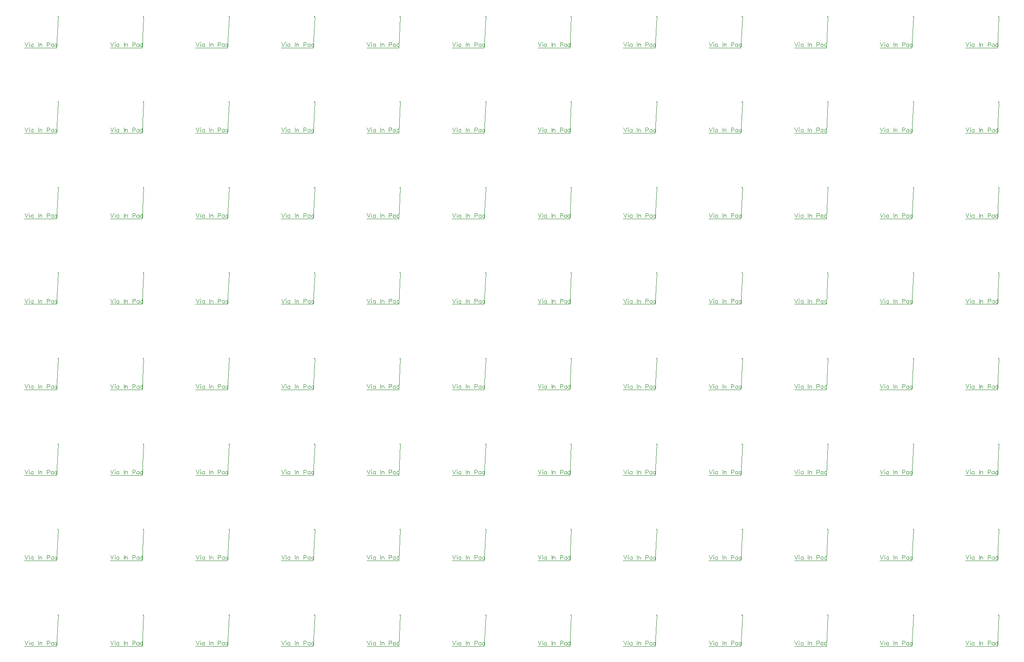
<source format=gbr>
G04 DipTrace 2.4.0.2*
%INviainpad.gbr*%
%MOIN*%
%ADD13C,0.0014*%
%ADD16O,0.0124X0.0121*%
%ADD47C,0.0046*%
%FSLAX44Y44*%
G04*
G70*
G90*
G75*
G01*
%LNviainpad*%
%LPD*%
D16*
X5970Y5494D3*
X5974Y5489D2*
D13*
X5856Y3195D1*
X3491D1*
X3514Y3588D2*
D47*
X3628Y3287D1*
X3743Y3588D1*
X3836D2*
X3850Y3574D1*
X3865Y3588D1*
X3850Y3603D1*
X3836Y3588D1*
X3850Y3488D2*
Y3287D1*
X4129Y3488D2*
Y3287D1*
Y3444D2*
X4101Y3473D1*
X4072Y3488D1*
X4029D1*
X4000Y3473D1*
X3972Y3444D1*
X3957Y3401D1*
Y3373D1*
X3972Y3330D1*
X4000Y3301D1*
X4029Y3287D1*
X4072D1*
X4101Y3301D1*
X4129Y3330D1*
X4514Y3588D2*
Y3287D1*
X4606Y3488D2*
Y3287D1*
Y3430D2*
X4649Y3473D1*
X4678Y3488D1*
X4721D1*
X4750Y3473D1*
X4764Y3430D1*
Y3287D1*
X5148Y3430D2*
X5278D1*
X5320Y3444D1*
X5335Y3459D1*
X5349Y3488D1*
Y3531D1*
X5335Y3559D1*
X5320Y3574D1*
X5278Y3588D1*
X5148D1*
Y3287D1*
X5614Y3488D2*
Y3287D1*
Y3444D2*
X5586Y3473D1*
X5557Y3488D1*
X5514D1*
X5485Y3473D1*
X5457Y3444D1*
X5442Y3401D1*
Y3373D1*
X5457Y3330D1*
X5485Y3301D1*
X5514Y3287D1*
X5557D1*
X5586Y3301D1*
X5614Y3330D1*
X5879Y3588D2*
Y3287D1*
Y3444D2*
X5850Y3473D1*
X5821Y3488D1*
X5778D1*
X5750Y3473D1*
X5721Y3444D1*
X5707Y3401D1*
Y3373D1*
X5721Y3330D1*
X5750Y3301D1*
X5778Y3287D1*
X5821D1*
X5850Y3301D1*
X5879Y3330D1*
D16*
X12290Y5494D3*
X12294Y5489D2*
D13*
X12176Y3195D1*
X9811D1*
X9834Y3588D2*
D47*
X9948Y3287D1*
X10063Y3588D1*
X10156D2*
X10170Y3574D1*
X10185Y3588D1*
X10170Y3603D1*
X10156Y3588D1*
X10170Y3488D2*
Y3287D1*
X10449Y3488D2*
Y3287D1*
Y3444D2*
X10421Y3473D1*
X10392Y3488D1*
X10349D1*
X10320Y3473D1*
X10292Y3444D1*
X10277Y3401D1*
Y3373D1*
X10292Y3330D1*
X10320Y3301D1*
X10349Y3287D1*
X10392D1*
X10421Y3301D1*
X10449Y3330D1*
X10834Y3588D2*
Y3287D1*
X10926Y3488D2*
Y3287D1*
Y3430D2*
X10969Y3473D1*
X10998Y3488D1*
X11041D1*
X11070Y3473D1*
X11084Y3430D1*
Y3287D1*
X11468Y3430D2*
X11598D1*
X11640Y3444D1*
X11655Y3459D1*
X11669Y3488D1*
Y3531D1*
X11655Y3559D1*
X11640Y3574D1*
X11598Y3588D1*
X11468D1*
Y3287D1*
X11934Y3488D2*
Y3287D1*
Y3444D2*
X11906Y3473D1*
X11877Y3488D1*
X11834D1*
X11805Y3473D1*
X11777Y3444D1*
X11762Y3401D1*
Y3373D1*
X11777Y3330D1*
X11805Y3301D1*
X11834Y3287D1*
X11877D1*
X11906Y3301D1*
X11934Y3330D1*
X12199Y3588D2*
Y3287D1*
Y3444D2*
X12170Y3473D1*
X12141Y3488D1*
X12098D1*
X12070Y3473D1*
X12041Y3444D1*
X12027Y3401D1*
Y3373D1*
X12041Y3330D1*
X12070Y3301D1*
X12098Y3287D1*
X12141D1*
X12170Y3301D1*
X12199Y3330D1*
D16*
X18610Y5494D3*
X18614Y5489D2*
D13*
X18496Y3195D1*
X16131D1*
X16154Y3588D2*
D47*
X16268Y3287D1*
X16383Y3588D1*
X16476D2*
X16490Y3574D1*
X16505Y3588D1*
X16490Y3603D1*
X16476Y3588D1*
X16490Y3488D2*
Y3287D1*
X16769Y3488D2*
Y3287D1*
Y3444D2*
X16741Y3473D1*
X16712Y3488D1*
X16669D1*
X16640Y3473D1*
X16612Y3444D1*
X16597Y3401D1*
Y3373D1*
X16612Y3330D1*
X16640Y3301D1*
X16669Y3287D1*
X16712D1*
X16741Y3301D1*
X16769Y3330D1*
X17154Y3588D2*
Y3287D1*
X17246Y3488D2*
Y3287D1*
Y3430D2*
X17289Y3473D1*
X17318Y3488D1*
X17361D1*
X17390Y3473D1*
X17404Y3430D1*
Y3287D1*
X17788Y3430D2*
X17918D1*
X17960Y3444D1*
X17975Y3459D1*
X17989Y3488D1*
Y3531D1*
X17975Y3559D1*
X17960Y3574D1*
X17918Y3588D1*
X17788D1*
Y3287D1*
X18254Y3488D2*
Y3287D1*
Y3444D2*
X18226Y3473D1*
X18197Y3488D1*
X18154D1*
X18125Y3473D1*
X18097Y3444D1*
X18082Y3401D1*
Y3373D1*
X18097Y3330D1*
X18125Y3301D1*
X18154Y3287D1*
X18197D1*
X18226Y3301D1*
X18254Y3330D1*
X18519Y3588D2*
Y3287D1*
Y3444D2*
X18490Y3473D1*
X18461Y3488D1*
X18418D1*
X18390Y3473D1*
X18361Y3444D1*
X18347Y3401D1*
Y3373D1*
X18361Y3330D1*
X18390Y3301D1*
X18418Y3287D1*
X18461D1*
X18490Y3301D1*
X18519Y3330D1*
D16*
X24930Y5494D3*
X24934Y5489D2*
D13*
X24816Y3195D1*
X22451D1*
X22474Y3588D2*
D47*
X22588Y3287D1*
X22703Y3588D1*
X22796D2*
X22810Y3574D1*
X22825Y3588D1*
X22810Y3603D1*
X22796Y3588D1*
X22810Y3488D2*
Y3287D1*
X23089Y3488D2*
Y3287D1*
Y3444D2*
X23061Y3473D1*
X23032Y3488D1*
X22989D1*
X22960Y3473D1*
X22932Y3444D1*
X22917Y3401D1*
Y3373D1*
X22932Y3330D1*
X22960Y3301D1*
X22989Y3287D1*
X23032D1*
X23061Y3301D1*
X23089Y3330D1*
X23474Y3588D2*
Y3287D1*
X23566Y3488D2*
Y3287D1*
Y3430D2*
X23609Y3473D1*
X23638Y3488D1*
X23681D1*
X23710Y3473D1*
X23724Y3430D1*
Y3287D1*
X24108Y3430D2*
X24238D1*
X24280Y3444D1*
X24295Y3459D1*
X24309Y3488D1*
Y3531D1*
X24295Y3559D1*
X24280Y3574D1*
X24238Y3588D1*
X24108D1*
Y3287D1*
X24574Y3488D2*
Y3287D1*
Y3444D2*
X24546Y3473D1*
X24517Y3488D1*
X24474D1*
X24445Y3473D1*
X24417Y3444D1*
X24402Y3401D1*
Y3373D1*
X24417Y3330D1*
X24445Y3301D1*
X24474Y3287D1*
X24517D1*
X24546Y3301D1*
X24574Y3330D1*
X24839Y3588D2*
Y3287D1*
Y3444D2*
X24810Y3473D1*
X24781Y3488D1*
X24738D1*
X24710Y3473D1*
X24681Y3444D1*
X24667Y3401D1*
Y3373D1*
X24681Y3330D1*
X24710Y3301D1*
X24738Y3287D1*
X24781D1*
X24810Y3301D1*
X24839Y3330D1*
D16*
X31250Y5494D3*
X31254Y5489D2*
D13*
X31136Y3195D1*
X28771D1*
X28794Y3588D2*
D47*
X28908Y3287D1*
X29023Y3588D1*
X29116D2*
X29130Y3574D1*
X29145Y3588D1*
X29130Y3603D1*
X29116Y3588D1*
X29130Y3488D2*
Y3287D1*
X29409Y3488D2*
Y3287D1*
Y3444D2*
X29381Y3473D1*
X29352Y3488D1*
X29309D1*
X29280Y3473D1*
X29252Y3444D1*
X29237Y3401D1*
Y3373D1*
X29252Y3330D1*
X29280Y3301D1*
X29309Y3287D1*
X29352D1*
X29381Y3301D1*
X29409Y3330D1*
X29794Y3588D2*
Y3287D1*
X29886Y3488D2*
Y3287D1*
Y3430D2*
X29929Y3473D1*
X29958Y3488D1*
X30001D1*
X30030Y3473D1*
X30044Y3430D1*
Y3287D1*
X30428Y3430D2*
X30558D1*
X30600Y3444D1*
X30615Y3459D1*
X30629Y3488D1*
Y3531D1*
X30615Y3559D1*
X30600Y3574D1*
X30558Y3588D1*
X30428D1*
Y3287D1*
X30894Y3488D2*
Y3287D1*
Y3444D2*
X30866Y3473D1*
X30837Y3488D1*
X30794D1*
X30765Y3473D1*
X30737Y3444D1*
X30722Y3401D1*
Y3373D1*
X30737Y3330D1*
X30765Y3301D1*
X30794Y3287D1*
X30837D1*
X30866Y3301D1*
X30894Y3330D1*
X31159Y3588D2*
Y3287D1*
Y3444D2*
X31130Y3473D1*
X31101Y3488D1*
X31058D1*
X31030Y3473D1*
X31001Y3444D1*
X30987Y3401D1*
Y3373D1*
X31001Y3330D1*
X31030Y3301D1*
X31058Y3287D1*
X31101D1*
X31130Y3301D1*
X31159Y3330D1*
D16*
X37570Y5494D3*
X37574Y5489D2*
D13*
X37456Y3195D1*
X35091D1*
X35114Y3588D2*
D47*
X35228Y3287D1*
X35343Y3588D1*
X35436D2*
X35450Y3574D1*
X35465Y3588D1*
X35450Y3603D1*
X35436Y3588D1*
X35450Y3488D2*
Y3287D1*
X35729Y3488D2*
Y3287D1*
Y3444D2*
X35701Y3473D1*
X35672Y3488D1*
X35629D1*
X35600Y3473D1*
X35572Y3444D1*
X35557Y3401D1*
Y3373D1*
X35572Y3330D1*
X35600Y3301D1*
X35629Y3287D1*
X35672D1*
X35701Y3301D1*
X35729Y3330D1*
X36114Y3588D2*
Y3287D1*
X36206Y3488D2*
Y3287D1*
Y3430D2*
X36249Y3473D1*
X36278Y3488D1*
X36321D1*
X36350Y3473D1*
X36364Y3430D1*
Y3287D1*
X36748Y3430D2*
X36878D1*
X36920Y3444D1*
X36935Y3459D1*
X36949Y3488D1*
Y3531D1*
X36935Y3559D1*
X36920Y3574D1*
X36878Y3588D1*
X36748D1*
Y3287D1*
X37214Y3488D2*
Y3287D1*
Y3444D2*
X37186Y3473D1*
X37157Y3488D1*
X37114D1*
X37085Y3473D1*
X37057Y3444D1*
X37042Y3401D1*
Y3373D1*
X37057Y3330D1*
X37085Y3301D1*
X37114Y3287D1*
X37157D1*
X37186Y3301D1*
X37214Y3330D1*
X37479Y3588D2*
Y3287D1*
Y3444D2*
X37450Y3473D1*
X37421Y3488D1*
X37378D1*
X37350Y3473D1*
X37321Y3444D1*
X37307Y3401D1*
Y3373D1*
X37321Y3330D1*
X37350Y3301D1*
X37378Y3287D1*
X37421D1*
X37450Y3301D1*
X37479Y3330D1*
D16*
X43890Y5494D3*
X43894Y5489D2*
D13*
X43776Y3195D1*
X41411D1*
X41434Y3588D2*
D47*
X41548Y3287D1*
X41663Y3588D1*
X41756D2*
X41770Y3574D1*
X41785Y3588D1*
X41770Y3603D1*
X41756Y3588D1*
X41770Y3488D2*
Y3287D1*
X42049Y3488D2*
Y3287D1*
Y3444D2*
X42021Y3473D1*
X41992Y3488D1*
X41949D1*
X41920Y3473D1*
X41892Y3444D1*
X41877Y3401D1*
Y3373D1*
X41892Y3330D1*
X41920Y3301D1*
X41949Y3287D1*
X41992D1*
X42021Y3301D1*
X42049Y3330D1*
X42434Y3588D2*
Y3287D1*
X42526Y3488D2*
Y3287D1*
Y3430D2*
X42569Y3473D1*
X42598Y3488D1*
X42641D1*
X42670Y3473D1*
X42684Y3430D1*
Y3287D1*
X43068Y3430D2*
X43198D1*
X43240Y3444D1*
X43255Y3459D1*
X43269Y3488D1*
Y3531D1*
X43255Y3559D1*
X43240Y3574D1*
X43198Y3588D1*
X43068D1*
Y3287D1*
X43534Y3488D2*
Y3287D1*
Y3444D2*
X43506Y3473D1*
X43477Y3488D1*
X43434D1*
X43405Y3473D1*
X43377Y3444D1*
X43362Y3401D1*
Y3373D1*
X43377Y3330D1*
X43405Y3301D1*
X43434Y3287D1*
X43477D1*
X43506Y3301D1*
X43534Y3330D1*
X43799Y3588D2*
Y3287D1*
Y3444D2*
X43770Y3473D1*
X43741Y3488D1*
X43698D1*
X43670Y3473D1*
X43641Y3444D1*
X43627Y3401D1*
Y3373D1*
X43641Y3330D1*
X43670Y3301D1*
X43698Y3287D1*
X43741D1*
X43770Y3301D1*
X43799Y3330D1*
D16*
X50210Y5494D3*
X50214Y5489D2*
D13*
X50096Y3195D1*
X47731D1*
X47754Y3588D2*
D47*
X47868Y3287D1*
X47983Y3588D1*
X48076D2*
X48090Y3574D1*
X48105Y3588D1*
X48090Y3603D1*
X48076Y3588D1*
X48090Y3488D2*
Y3287D1*
X48369Y3488D2*
Y3287D1*
Y3444D2*
X48341Y3473D1*
X48312Y3488D1*
X48269D1*
X48240Y3473D1*
X48212Y3444D1*
X48197Y3401D1*
Y3373D1*
X48212Y3330D1*
X48240Y3301D1*
X48269Y3287D1*
X48312D1*
X48341Y3301D1*
X48369Y3330D1*
X48754Y3588D2*
Y3287D1*
X48846Y3488D2*
Y3287D1*
Y3430D2*
X48889Y3473D1*
X48918Y3488D1*
X48961D1*
X48990Y3473D1*
X49004Y3430D1*
Y3287D1*
X49388Y3430D2*
X49518D1*
X49560Y3444D1*
X49575Y3459D1*
X49589Y3488D1*
Y3531D1*
X49575Y3559D1*
X49560Y3574D1*
X49518Y3588D1*
X49388D1*
Y3287D1*
X49854Y3488D2*
Y3287D1*
Y3444D2*
X49826Y3473D1*
X49797Y3488D1*
X49754D1*
X49725Y3473D1*
X49697Y3444D1*
X49682Y3401D1*
Y3373D1*
X49697Y3330D1*
X49725Y3301D1*
X49754Y3287D1*
X49797D1*
X49826Y3301D1*
X49854Y3330D1*
X50119Y3588D2*
Y3287D1*
Y3444D2*
X50090Y3473D1*
X50061Y3488D1*
X50018D1*
X49990Y3473D1*
X49961Y3444D1*
X49947Y3401D1*
Y3373D1*
X49961Y3330D1*
X49990Y3301D1*
X50018Y3287D1*
X50061D1*
X50090Y3301D1*
X50119Y3330D1*
D16*
X56530Y5494D3*
X56534Y5489D2*
D13*
X56416Y3195D1*
X54051D1*
X54074Y3588D2*
D47*
X54188Y3287D1*
X54303Y3588D1*
X54396D2*
X54410Y3574D1*
X54425Y3588D1*
X54410Y3603D1*
X54396Y3588D1*
X54410Y3488D2*
Y3287D1*
X54689Y3488D2*
Y3287D1*
Y3444D2*
X54661Y3473D1*
X54632Y3488D1*
X54589D1*
X54560Y3473D1*
X54532Y3444D1*
X54517Y3401D1*
Y3373D1*
X54532Y3330D1*
X54560Y3301D1*
X54589Y3287D1*
X54632D1*
X54661Y3301D1*
X54689Y3330D1*
X55074Y3588D2*
Y3287D1*
X55166Y3488D2*
Y3287D1*
Y3430D2*
X55209Y3473D1*
X55238Y3488D1*
X55281D1*
X55310Y3473D1*
X55324Y3430D1*
Y3287D1*
X55708Y3430D2*
X55838D1*
X55880Y3444D1*
X55895Y3459D1*
X55909Y3488D1*
Y3531D1*
X55895Y3559D1*
X55880Y3574D1*
X55838Y3588D1*
X55708D1*
Y3287D1*
X56174Y3488D2*
Y3287D1*
Y3444D2*
X56146Y3473D1*
X56117Y3488D1*
X56074D1*
X56045Y3473D1*
X56017Y3444D1*
X56002Y3401D1*
Y3373D1*
X56017Y3330D1*
X56045Y3301D1*
X56074Y3287D1*
X56117D1*
X56146Y3301D1*
X56174Y3330D1*
X56439Y3588D2*
Y3287D1*
Y3444D2*
X56410Y3473D1*
X56381Y3488D1*
X56338D1*
X56310Y3473D1*
X56281Y3444D1*
X56267Y3401D1*
Y3373D1*
X56281Y3330D1*
X56310Y3301D1*
X56338Y3287D1*
X56381D1*
X56410Y3301D1*
X56439Y3330D1*
D16*
X62850Y5494D3*
X62854Y5489D2*
D13*
X62736Y3195D1*
X60371D1*
X60394Y3588D2*
D47*
X60508Y3287D1*
X60623Y3588D1*
X60716D2*
X60730Y3574D1*
X60745Y3588D1*
X60730Y3603D1*
X60716Y3588D1*
X60730Y3488D2*
Y3287D1*
X61009Y3488D2*
Y3287D1*
Y3444D2*
X60981Y3473D1*
X60952Y3488D1*
X60909D1*
X60880Y3473D1*
X60852Y3444D1*
X60837Y3401D1*
Y3373D1*
X60852Y3330D1*
X60880Y3301D1*
X60909Y3287D1*
X60952D1*
X60981Y3301D1*
X61009Y3330D1*
X61394Y3588D2*
Y3287D1*
X61486Y3488D2*
Y3287D1*
Y3430D2*
X61529Y3473D1*
X61558Y3488D1*
X61601D1*
X61630Y3473D1*
X61644Y3430D1*
Y3287D1*
X62028Y3430D2*
X62158D1*
X62200Y3444D1*
X62215Y3459D1*
X62229Y3488D1*
Y3531D1*
X62215Y3559D1*
X62200Y3574D1*
X62158Y3588D1*
X62028D1*
Y3287D1*
X62494Y3488D2*
Y3287D1*
Y3444D2*
X62466Y3473D1*
X62437Y3488D1*
X62394D1*
X62365Y3473D1*
X62337Y3444D1*
X62322Y3401D1*
Y3373D1*
X62337Y3330D1*
X62365Y3301D1*
X62394Y3287D1*
X62437D1*
X62466Y3301D1*
X62494Y3330D1*
X62759Y3588D2*
Y3287D1*
Y3444D2*
X62730Y3473D1*
X62701Y3488D1*
X62658D1*
X62630Y3473D1*
X62601Y3444D1*
X62587Y3401D1*
Y3373D1*
X62601Y3330D1*
X62630Y3301D1*
X62658Y3287D1*
X62701D1*
X62730Y3301D1*
X62759Y3330D1*
D16*
X69170Y5494D3*
X69174Y5489D2*
D13*
X69056Y3195D1*
X66691D1*
X66714Y3588D2*
D47*
X66828Y3287D1*
X66943Y3588D1*
X67036D2*
X67050Y3574D1*
X67065Y3588D1*
X67050Y3603D1*
X67036Y3588D1*
X67050Y3488D2*
Y3287D1*
X67329Y3488D2*
Y3287D1*
Y3444D2*
X67301Y3473D1*
X67272Y3488D1*
X67229D1*
X67200Y3473D1*
X67172Y3444D1*
X67157Y3401D1*
Y3373D1*
X67172Y3330D1*
X67200Y3301D1*
X67229Y3287D1*
X67272D1*
X67301Y3301D1*
X67329Y3330D1*
X67714Y3588D2*
Y3287D1*
X67806Y3488D2*
Y3287D1*
Y3430D2*
X67849Y3473D1*
X67878Y3488D1*
X67921D1*
X67950Y3473D1*
X67964Y3430D1*
Y3287D1*
X68348Y3430D2*
X68478D1*
X68520Y3444D1*
X68535Y3459D1*
X68549Y3488D1*
Y3531D1*
X68535Y3559D1*
X68520Y3574D1*
X68478Y3588D1*
X68348D1*
Y3287D1*
X68814Y3488D2*
Y3287D1*
Y3444D2*
X68786Y3473D1*
X68757Y3488D1*
X68714D1*
X68685Y3473D1*
X68657Y3444D1*
X68642Y3401D1*
Y3373D1*
X68657Y3330D1*
X68685Y3301D1*
X68714Y3287D1*
X68757D1*
X68786Y3301D1*
X68814Y3330D1*
X69079Y3588D2*
Y3287D1*
Y3444D2*
X69050Y3473D1*
X69021Y3488D1*
X68978D1*
X68950Y3473D1*
X68921Y3444D1*
X68907Y3401D1*
Y3373D1*
X68921Y3330D1*
X68950Y3301D1*
X68978Y3287D1*
X69021D1*
X69050Y3301D1*
X69079Y3330D1*
D16*
X75490Y5494D3*
X75494Y5489D2*
D13*
X75376Y3195D1*
X73011D1*
X73034Y3588D2*
D47*
X73148Y3287D1*
X73263Y3588D1*
X73356D2*
X73370Y3574D1*
X73385Y3588D1*
X73370Y3603D1*
X73356Y3588D1*
X73370Y3488D2*
Y3287D1*
X73649Y3488D2*
Y3287D1*
Y3444D2*
X73621Y3473D1*
X73592Y3488D1*
X73549D1*
X73520Y3473D1*
X73492Y3444D1*
X73477Y3401D1*
Y3373D1*
X73492Y3330D1*
X73520Y3301D1*
X73549Y3287D1*
X73592D1*
X73621Y3301D1*
X73649Y3330D1*
X74034Y3588D2*
Y3287D1*
X74126Y3488D2*
Y3287D1*
Y3430D2*
X74169Y3473D1*
X74198Y3488D1*
X74241D1*
X74270Y3473D1*
X74284Y3430D1*
Y3287D1*
X74668Y3430D2*
X74798D1*
X74840Y3444D1*
X74855Y3459D1*
X74869Y3488D1*
Y3531D1*
X74855Y3559D1*
X74840Y3574D1*
X74798Y3588D1*
X74668D1*
Y3287D1*
X75134Y3488D2*
Y3287D1*
Y3444D2*
X75106Y3473D1*
X75077Y3488D1*
X75034D1*
X75005Y3473D1*
X74977Y3444D1*
X74962Y3401D1*
Y3373D1*
X74977Y3330D1*
X75005Y3301D1*
X75034Y3287D1*
X75077D1*
X75106Y3301D1*
X75134Y3330D1*
X75399Y3588D2*
Y3287D1*
Y3444D2*
X75370Y3473D1*
X75341Y3488D1*
X75298D1*
X75270Y3473D1*
X75241Y3444D1*
X75227Y3401D1*
Y3373D1*
X75241Y3330D1*
X75270Y3301D1*
X75298Y3287D1*
X75341D1*
X75370Y3301D1*
X75399Y3330D1*
D16*
X5970Y11814D3*
X5974Y11809D2*
D13*
X5856Y9515D1*
X3491D1*
X3514Y9908D2*
D47*
X3628Y9607D1*
X3743Y9908D1*
X3836D2*
X3850Y9894D1*
X3865Y9908D1*
X3850Y9923D1*
X3836Y9908D1*
X3850Y9808D2*
Y9607D1*
X4129Y9808D2*
Y9607D1*
Y9764D2*
X4101Y9793D1*
X4072Y9808D1*
X4029D1*
X4000Y9793D1*
X3972Y9764D1*
X3957Y9721D1*
Y9693D1*
X3972Y9650D1*
X4000Y9621D1*
X4029Y9607D1*
X4072D1*
X4101Y9621D1*
X4129Y9650D1*
X4514Y9908D2*
Y9607D1*
X4606Y9808D2*
Y9607D1*
Y9750D2*
X4649Y9793D1*
X4678Y9808D1*
X4721D1*
X4750Y9793D1*
X4764Y9750D1*
Y9607D1*
X5148Y9750D2*
X5278D1*
X5320Y9764D1*
X5335Y9779D1*
X5349Y9808D1*
Y9851D1*
X5335Y9879D1*
X5320Y9894D1*
X5278Y9908D1*
X5148D1*
Y9607D1*
X5614Y9808D2*
Y9607D1*
Y9764D2*
X5586Y9793D1*
X5557Y9808D1*
X5514D1*
X5485Y9793D1*
X5457Y9764D1*
X5442Y9721D1*
Y9693D1*
X5457Y9650D1*
X5485Y9621D1*
X5514Y9607D1*
X5557D1*
X5586Y9621D1*
X5614Y9650D1*
X5879Y9908D2*
Y9607D1*
Y9764D2*
X5850Y9793D1*
X5821Y9808D1*
X5778D1*
X5750Y9793D1*
X5721Y9764D1*
X5707Y9721D1*
Y9693D1*
X5721Y9650D1*
X5750Y9621D1*
X5778Y9607D1*
X5821D1*
X5850Y9621D1*
X5879Y9650D1*
D16*
X12290Y11814D3*
X12294Y11809D2*
D13*
X12176Y9515D1*
X9811D1*
X9834Y9908D2*
D47*
X9948Y9607D1*
X10063Y9908D1*
X10156D2*
X10170Y9894D1*
X10185Y9908D1*
X10170Y9923D1*
X10156Y9908D1*
X10170Y9808D2*
Y9607D1*
X10449Y9808D2*
Y9607D1*
Y9764D2*
X10421Y9793D1*
X10392Y9808D1*
X10349D1*
X10320Y9793D1*
X10292Y9764D1*
X10277Y9721D1*
Y9693D1*
X10292Y9650D1*
X10320Y9621D1*
X10349Y9607D1*
X10392D1*
X10421Y9621D1*
X10449Y9650D1*
X10834Y9908D2*
Y9607D1*
X10926Y9808D2*
Y9607D1*
Y9750D2*
X10969Y9793D1*
X10998Y9808D1*
X11041D1*
X11070Y9793D1*
X11084Y9750D1*
Y9607D1*
X11468Y9750D2*
X11598D1*
X11640Y9764D1*
X11655Y9779D1*
X11669Y9808D1*
Y9851D1*
X11655Y9879D1*
X11640Y9894D1*
X11598Y9908D1*
X11468D1*
Y9607D1*
X11934Y9808D2*
Y9607D1*
Y9764D2*
X11906Y9793D1*
X11877Y9808D1*
X11834D1*
X11805Y9793D1*
X11777Y9764D1*
X11762Y9721D1*
Y9693D1*
X11777Y9650D1*
X11805Y9621D1*
X11834Y9607D1*
X11877D1*
X11906Y9621D1*
X11934Y9650D1*
X12199Y9908D2*
Y9607D1*
Y9764D2*
X12170Y9793D1*
X12141Y9808D1*
X12098D1*
X12070Y9793D1*
X12041Y9764D1*
X12027Y9721D1*
Y9693D1*
X12041Y9650D1*
X12070Y9621D1*
X12098Y9607D1*
X12141D1*
X12170Y9621D1*
X12199Y9650D1*
D16*
X18610Y11814D3*
X18614Y11809D2*
D13*
X18496Y9515D1*
X16131D1*
X16154Y9908D2*
D47*
X16268Y9607D1*
X16383Y9908D1*
X16476D2*
X16490Y9894D1*
X16505Y9908D1*
X16490Y9923D1*
X16476Y9908D1*
X16490Y9808D2*
Y9607D1*
X16769Y9808D2*
Y9607D1*
Y9764D2*
X16741Y9793D1*
X16712Y9808D1*
X16669D1*
X16640Y9793D1*
X16612Y9764D1*
X16597Y9721D1*
Y9693D1*
X16612Y9650D1*
X16640Y9621D1*
X16669Y9607D1*
X16712D1*
X16741Y9621D1*
X16769Y9650D1*
X17154Y9908D2*
Y9607D1*
X17246Y9808D2*
Y9607D1*
Y9750D2*
X17289Y9793D1*
X17318Y9808D1*
X17361D1*
X17390Y9793D1*
X17404Y9750D1*
Y9607D1*
X17788Y9750D2*
X17918D1*
X17960Y9764D1*
X17975Y9779D1*
X17989Y9808D1*
Y9851D1*
X17975Y9879D1*
X17960Y9894D1*
X17918Y9908D1*
X17788D1*
Y9607D1*
X18254Y9808D2*
Y9607D1*
Y9764D2*
X18226Y9793D1*
X18197Y9808D1*
X18154D1*
X18125Y9793D1*
X18097Y9764D1*
X18082Y9721D1*
Y9693D1*
X18097Y9650D1*
X18125Y9621D1*
X18154Y9607D1*
X18197D1*
X18226Y9621D1*
X18254Y9650D1*
X18519Y9908D2*
Y9607D1*
Y9764D2*
X18490Y9793D1*
X18461Y9808D1*
X18418D1*
X18390Y9793D1*
X18361Y9764D1*
X18347Y9721D1*
Y9693D1*
X18361Y9650D1*
X18390Y9621D1*
X18418Y9607D1*
X18461D1*
X18490Y9621D1*
X18519Y9650D1*
D16*
X24930Y11814D3*
X24934Y11809D2*
D13*
X24816Y9515D1*
X22451D1*
X22474Y9908D2*
D47*
X22588Y9607D1*
X22703Y9908D1*
X22796D2*
X22810Y9894D1*
X22825Y9908D1*
X22810Y9923D1*
X22796Y9908D1*
X22810Y9808D2*
Y9607D1*
X23089Y9808D2*
Y9607D1*
Y9764D2*
X23061Y9793D1*
X23032Y9808D1*
X22989D1*
X22960Y9793D1*
X22932Y9764D1*
X22917Y9721D1*
Y9693D1*
X22932Y9650D1*
X22960Y9621D1*
X22989Y9607D1*
X23032D1*
X23061Y9621D1*
X23089Y9650D1*
X23474Y9908D2*
Y9607D1*
X23566Y9808D2*
Y9607D1*
Y9750D2*
X23609Y9793D1*
X23638Y9808D1*
X23681D1*
X23710Y9793D1*
X23724Y9750D1*
Y9607D1*
X24108Y9750D2*
X24238D1*
X24280Y9764D1*
X24295Y9779D1*
X24309Y9808D1*
Y9851D1*
X24295Y9879D1*
X24280Y9894D1*
X24238Y9908D1*
X24108D1*
Y9607D1*
X24574Y9808D2*
Y9607D1*
Y9764D2*
X24546Y9793D1*
X24517Y9808D1*
X24474D1*
X24445Y9793D1*
X24417Y9764D1*
X24402Y9721D1*
Y9693D1*
X24417Y9650D1*
X24445Y9621D1*
X24474Y9607D1*
X24517D1*
X24546Y9621D1*
X24574Y9650D1*
X24839Y9908D2*
Y9607D1*
Y9764D2*
X24810Y9793D1*
X24781Y9808D1*
X24738D1*
X24710Y9793D1*
X24681Y9764D1*
X24667Y9721D1*
Y9693D1*
X24681Y9650D1*
X24710Y9621D1*
X24738Y9607D1*
X24781D1*
X24810Y9621D1*
X24839Y9650D1*
D16*
X31250Y11814D3*
X31254Y11809D2*
D13*
X31136Y9515D1*
X28771D1*
X28794Y9908D2*
D47*
X28908Y9607D1*
X29023Y9908D1*
X29116D2*
X29130Y9894D1*
X29145Y9908D1*
X29130Y9923D1*
X29116Y9908D1*
X29130Y9808D2*
Y9607D1*
X29409Y9808D2*
Y9607D1*
Y9764D2*
X29381Y9793D1*
X29352Y9808D1*
X29309D1*
X29280Y9793D1*
X29252Y9764D1*
X29237Y9721D1*
Y9693D1*
X29252Y9650D1*
X29280Y9621D1*
X29309Y9607D1*
X29352D1*
X29381Y9621D1*
X29409Y9650D1*
X29794Y9908D2*
Y9607D1*
X29886Y9808D2*
Y9607D1*
Y9750D2*
X29929Y9793D1*
X29958Y9808D1*
X30001D1*
X30030Y9793D1*
X30044Y9750D1*
Y9607D1*
X30428Y9750D2*
X30558D1*
X30600Y9764D1*
X30615Y9779D1*
X30629Y9808D1*
Y9851D1*
X30615Y9879D1*
X30600Y9894D1*
X30558Y9908D1*
X30428D1*
Y9607D1*
X30894Y9808D2*
Y9607D1*
Y9764D2*
X30866Y9793D1*
X30837Y9808D1*
X30794D1*
X30765Y9793D1*
X30737Y9764D1*
X30722Y9721D1*
Y9693D1*
X30737Y9650D1*
X30765Y9621D1*
X30794Y9607D1*
X30837D1*
X30866Y9621D1*
X30894Y9650D1*
X31159Y9908D2*
Y9607D1*
Y9764D2*
X31130Y9793D1*
X31101Y9808D1*
X31058D1*
X31030Y9793D1*
X31001Y9764D1*
X30987Y9721D1*
Y9693D1*
X31001Y9650D1*
X31030Y9621D1*
X31058Y9607D1*
X31101D1*
X31130Y9621D1*
X31159Y9650D1*
D16*
X37570Y11814D3*
X37574Y11809D2*
D13*
X37456Y9515D1*
X35091D1*
X35114Y9908D2*
D47*
X35228Y9607D1*
X35343Y9908D1*
X35436D2*
X35450Y9894D1*
X35465Y9908D1*
X35450Y9923D1*
X35436Y9908D1*
X35450Y9808D2*
Y9607D1*
X35729Y9808D2*
Y9607D1*
Y9764D2*
X35701Y9793D1*
X35672Y9808D1*
X35629D1*
X35600Y9793D1*
X35572Y9764D1*
X35557Y9721D1*
Y9693D1*
X35572Y9650D1*
X35600Y9621D1*
X35629Y9607D1*
X35672D1*
X35701Y9621D1*
X35729Y9650D1*
X36114Y9908D2*
Y9607D1*
X36206Y9808D2*
Y9607D1*
Y9750D2*
X36249Y9793D1*
X36278Y9808D1*
X36321D1*
X36350Y9793D1*
X36364Y9750D1*
Y9607D1*
X36748Y9750D2*
X36878D1*
X36920Y9764D1*
X36935Y9779D1*
X36949Y9808D1*
Y9851D1*
X36935Y9879D1*
X36920Y9894D1*
X36878Y9908D1*
X36748D1*
Y9607D1*
X37214Y9808D2*
Y9607D1*
Y9764D2*
X37186Y9793D1*
X37157Y9808D1*
X37114D1*
X37085Y9793D1*
X37057Y9764D1*
X37042Y9721D1*
Y9693D1*
X37057Y9650D1*
X37085Y9621D1*
X37114Y9607D1*
X37157D1*
X37186Y9621D1*
X37214Y9650D1*
X37479Y9908D2*
Y9607D1*
Y9764D2*
X37450Y9793D1*
X37421Y9808D1*
X37378D1*
X37350Y9793D1*
X37321Y9764D1*
X37307Y9721D1*
Y9693D1*
X37321Y9650D1*
X37350Y9621D1*
X37378Y9607D1*
X37421D1*
X37450Y9621D1*
X37479Y9650D1*
D16*
X43890Y11814D3*
X43894Y11809D2*
D13*
X43776Y9515D1*
X41411D1*
X41434Y9908D2*
D47*
X41548Y9607D1*
X41663Y9908D1*
X41756D2*
X41770Y9894D1*
X41785Y9908D1*
X41770Y9923D1*
X41756Y9908D1*
X41770Y9808D2*
Y9607D1*
X42049Y9808D2*
Y9607D1*
Y9764D2*
X42021Y9793D1*
X41992Y9808D1*
X41949D1*
X41920Y9793D1*
X41892Y9764D1*
X41877Y9721D1*
Y9693D1*
X41892Y9650D1*
X41920Y9621D1*
X41949Y9607D1*
X41992D1*
X42021Y9621D1*
X42049Y9650D1*
X42434Y9908D2*
Y9607D1*
X42526Y9808D2*
Y9607D1*
Y9750D2*
X42569Y9793D1*
X42598Y9808D1*
X42641D1*
X42670Y9793D1*
X42684Y9750D1*
Y9607D1*
X43068Y9750D2*
X43198D1*
X43240Y9764D1*
X43255Y9779D1*
X43269Y9808D1*
Y9851D1*
X43255Y9879D1*
X43240Y9894D1*
X43198Y9908D1*
X43068D1*
Y9607D1*
X43534Y9808D2*
Y9607D1*
Y9764D2*
X43506Y9793D1*
X43477Y9808D1*
X43434D1*
X43405Y9793D1*
X43377Y9764D1*
X43362Y9721D1*
Y9693D1*
X43377Y9650D1*
X43405Y9621D1*
X43434Y9607D1*
X43477D1*
X43506Y9621D1*
X43534Y9650D1*
X43799Y9908D2*
Y9607D1*
Y9764D2*
X43770Y9793D1*
X43741Y9808D1*
X43698D1*
X43670Y9793D1*
X43641Y9764D1*
X43627Y9721D1*
Y9693D1*
X43641Y9650D1*
X43670Y9621D1*
X43698Y9607D1*
X43741D1*
X43770Y9621D1*
X43799Y9650D1*
D16*
X50210Y11814D3*
X50214Y11809D2*
D13*
X50096Y9515D1*
X47731D1*
X47754Y9908D2*
D47*
X47868Y9607D1*
X47983Y9908D1*
X48076D2*
X48090Y9894D1*
X48105Y9908D1*
X48090Y9923D1*
X48076Y9908D1*
X48090Y9808D2*
Y9607D1*
X48369Y9808D2*
Y9607D1*
Y9764D2*
X48341Y9793D1*
X48312Y9808D1*
X48269D1*
X48240Y9793D1*
X48212Y9764D1*
X48197Y9721D1*
Y9693D1*
X48212Y9650D1*
X48240Y9621D1*
X48269Y9607D1*
X48312D1*
X48341Y9621D1*
X48369Y9650D1*
X48754Y9908D2*
Y9607D1*
X48846Y9808D2*
Y9607D1*
Y9750D2*
X48889Y9793D1*
X48918Y9808D1*
X48961D1*
X48990Y9793D1*
X49004Y9750D1*
Y9607D1*
X49388Y9750D2*
X49518D1*
X49560Y9764D1*
X49575Y9779D1*
X49589Y9808D1*
Y9851D1*
X49575Y9879D1*
X49560Y9894D1*
X49518Y9908D1*
X49388D1*
Y9607D1*
X49854Y9808D2*
Y9607D1*
Y9764D2*
X49826Y9793D1*
X49797Y9808D1*
X49754D1*
X49725Y9793D1*
X49697Y9764D1*
X49682Y9721D1*
Y9693D1*
X49697Y9650D1*
X49725Y9621D1*
X49754Y9607D1*
X49797D1*
X49826Y9621D1*
X49854Y9650D1*
X50119Y9908D2*
Y9607D1*
Y9764D2*
X50090Y9793D1*
X50061Y9808D1*
X50018D1*
X49990Y9793D1*
X49961Y9764D1*
X49947Y9721D1*
Y9693D1*
X49961Y9650D1*
X49990Y9621D1*
X50018Y9607D1*
X50061D1*
X50090Y9621D1*
X50119Y9650D1*
D16*
X56530Y11814D3*
X56534Y11809D2*
D13*
X56416Y9515D1*
X54051D1*
X54074Y9908D2*
D47*
X54188Y9607D1*
X54303Y9908D1*
X54396D2*
X54410Y9894D1*
X54425Y9908D1*
X54410Y9923D1*
X54396Y9908D1*
X54410Y9808D2*
Y9607D1*
X54689Y9808D2*
Y9607D1*
Y9764D2*
X54661Y9793D1*
X54632Y9808D1*
X54589D1*
X54560Y9793D1*
X54532Y9764D1*
X54517Y9721D1*
Y9693D1*
X54532Y9650D1*
X54560Y9621D1*
X54589Y9607D1*
X54632D1*
X54661Y9621D1*
X54689Y9650D1*
X55074Y9908D2*
Y9607D1*
X55166Y9808D2*
Y9607D1*
Y9750D2*
X55209Y9793D1*
X55238Y9808D1*
X55281D1*
X55310Y9793D1*
X55324Y9750D1*
Y9607D1*
X55708Y9750D2*
X55838D1*
X55880Y9764D1*
X55895Y9779D1*
X55909Y9808D1*
Y9851D1*
X55895Y9879D1*
X55880Y9894D1*
X55838Y9908D1*
X55708D1*
Y9607D1*
X56174Y9808D2*
Y9607D1*
Y9764D2*
X56146Y9793D1*
X56117Y9808D1*
X56074D1*
X56045Y9793D1*
X56017Y9764D1*
X56002Y9721D1*
Y9693D1*
X56017Y9650D1*
X56045Y9621D1*
X56074Y9607D1*
X56117D1*
X56146Y9621D1*
X56174Y9650D1*
X56439Y9908D2*
Y9607D1*
Y9764D2*
X56410Y9793D1*
X56381Y9808D1*
X56338D1*
X56310Y9793D1*
X56281Y9764D1*
X56267Y9721D1*
Y9693D1*
X56281Y9650D1*
X56310Y9621D1*
X56338Y9607D1*
X56381D1*
X56410Y9621D1*
X56439Y9650D1*
D16*
X62850Y11814D3*
X62854Y11809D2*
D13*
X62736Y9515D1*
X60371D1*
X60394Y9908D2*
D47*
X60508Y9607D1*
X60623Y9908D1*
X60716D2*
X60730Y9894D1*
X60745Y9908D1*
X60730Y9923D1*
X60716Y9908D1*
X60730Y9808D2*
Y9607D1*
X61009Y9808D2*
Y9607D1*
Y9764D2*
X60981Y9793D1*
X60952Y9808D1*
X60909D1*
X60880Y9793D1*
X60852Y9764D1*
X60837Y9721D1*
Y9693D1*
X60852Y9650D1*
X60880Y9621D1*
X60909Y9607D1*
X60952D1*
X60981Y9621D1*
X61009Y9650D1*
X61394Y9908D2*
Y9607D1*
X61486Y9808D2*
Y9607D1*
Y9750D2*
X61529Y9793D1*
X61558Y9808D1*
X61601D1*
X61630Y9793D1*
X61644Y9750D1*
Y9607D1*
X62028Y9750D2*
X62158D1*
X62200Y9764D1*
X62215Y9779D1*
X62229Y9808D1*
Y9851D1*
X62215Y9879D1*
X62200Y9894D1*
X62158Y9908D1*
X62028D1*
Y9607D1*
X62494Y9808D2*
Y9607D1*
Y9764D2*
X62466Y9793D1*
X62437Y9808D1*
X62394D1*
X62365Y9793D1*
X62337Y9764D1*
X62322Y9721D1*
Y9693D1*
X62337Y9650D1*
X62365Y9621D1*
X62394Y9607D1*
X62437D1*
X62466Y9621D1*
X62494Y9650D1*
X62759Y9908D2*
Y9607D1*
Y9764D2*
X62730Y9793D1*
X62701Y9808D1*
X62658D1*
X62630Y9793D1*
X62601Y9764D1*
X62587Y9721D1*
Y9693D1*
X62601Y9650D1*
X62630Y9621D1*
X62658Y9607D1*
X62701D1*
X62730Y9621D1*
X62759Y9650D1*
D16*
X69170Y11814D3*
X69174Y11809D2*
D13*
X69056Y9515D1*
X66691D1*
X66714Y9908D2*
D47*
X66828Y9607D1*
X66943Y9908D1*
X67036D2*
X67050Y9894D1*
X67065Y9908D1*
X67050Y9923D1*
X67036Y9908D1*
X67050Y9808D2*
Y9607D1*
X67329Y9808D2*
Y9607D1*
Y9764D2*
X67301Y9793D1*
X67272Y9808D1*
X67229D1*
X67200Y9793D1*
X67172Y9764D1*
X67157Y9721D1*
Y9693D1*
X67172Y9650D1*
X67200Y9621D1*
X67229Y9607D1*
X67272D1*
X67301Y9621D1*
X67329Y9650D1*
X67714Y9908D2*
Y9607D1*
X67806Y9808D2*
Y9607D1*
Y9750D2*
X67849Y9793D1*
X67878Y9808D1*
X67921D1*
X67950Y9793D1*
X67964Y9750D1*
Y9607D1*
X68348Y9750D2*
X68478D1*
X68520Y9764D1*
X68535Y9779D1*
X68549Y9808D1*
Y9851D1*
X68535Y9879D1*
X68520Y9894D1*
X68478Y9908D1*
X68348D1*
Y9607D1*
X68814Y9808D2*
Y9607D1*
Y9764D2*
X68786Y9793D1*
X68757Y9808D1*
X68714D1*
X68685Y9793D1*
X68657Y9764D1*
X68642Y9721D1*
Y9693D1*
X68657Y9650D1*
X68685Y9621D1*
X68714Y9607D1*
X68757D1*
X68786Y9621D1*
X68814Y9650D1*
X69079Y9908D2*
Y9607D1*
Y9764D2*
X69050Y9793D1*
X69021Y9808D1*
X68978D1*
X68950Y9793D1*
X68921Y9764D1*
X68907Y9721D1*
Y9693D1*
X68921Y9650D1*
X68950Y9621D1*
X68978Y9607D1*
X69021D1*
X69050Y9621D1*
X69079Y9650D1*
D16*
X75490Y11814D3*
X75494Y11809D2*
D13*
X75376Y9515D1*
X73011D1*
X73034Y9908D2*
D47*
X73148Y9607D1*
X73263Y9908D1*
X73356D2*
X73370Y9894D1*
X73385Y9908D1*
X73370Y9923D1*
X73356Y9908D1*
X73370Y9808D2*
Y9607D1*
X73649Y9808D2*
Y9607D1*
Y9764D2*
X73621Y9793D1*
X73592Y9808D1*
X73549D1*
X73520Y9793D1*
X73492Y9764D1*
X73477Y9721D1*
Y9693D1*
X73492Y9650D1*
X73520Y9621D1*
X73549Y9607D1*
X73592D1*
X73621Y9621D1*
X73649Y9650D1*
X74034Y9908D2*
Y9607D1*
X74126Y9808D2*
Y9607D1*
Y9750D2*
X74169Y9793D1*
X74198Y9808D1*
X74241D1*
X74270Y9793D1*
X74284Y9750D1*
Y9607D1*
X74668Y9750D2*
X74798D1*
X74840Y9764D1*
X74855Y9779D1*
X74869Y9808D1*
Y9851D1*
X74855Y9879D1*
X74840Y9894D1*
X74798Y9908D1*
X74668D1*
Y9607D1*
X75134Y9808D2*
Y9607D1*
Y9764D2*
X75106Y9793D1*
X75077Y9808D1*
X75034D1*
X75005Y9793D1*
X74977Y9764D1*
X74962Y9721D1*
Y9693D1*
X74977Y9650D1*
X75005Y9621D1*
X75034Y9607D1*
X75077D1*
X75106Y9621D1*
X75134Y9650D1*
X75399Y9908D2*
Y9607D1*
Y9764D2*
X75370Y9793D1*
X75341Y9808D1*
X75298D1*
X75270Y9793D1*
X75241Y9764D1*
X75227Y9721D1*
Y9693D1*
X75241Y9650D1*
X75270Y9621D1*
X75298Y9607D1*
X75341D1*
X75370Y9621D1*
X75399Y9650D1*
D16*
X5970Y18134D3*
X5974Y18129D2*
D13*
X5856Y15835D1*
X3491D1*
X3514Y16228D2*
D47*
X3628Y15927D1*
X3743Y16228D1*
X3836D2*
X3850Y16214D1*
X3865Y16228D1*
X3850Y16243D1*
X3836Y16228D1*
X3850Y16128D2*
Y15927D1*
X4129Y16128D2*
Y15927D1*
Y16084D2*
X4101Y16113D1*
X4072Y16128D1*
X4029D1*
X4000Y16113D1*
X3972Y16084D1*
X3957Y16041D1*
Y16013D1*
X3972Y15970D1*
X4000Y15941D1*
X4029Y15927D1*
X4072D1*
X4101Y15941D1*
X4129Y15970D1*
X4514Y16228D2*
Y15927D1*
X4606Y16128D2*
Y15927D1*
Y16070D2*
X4649Y16113D1*
X4678Y16128D1*
X4721D1*
X4750Y16113D1*
X4764Y16070D1*
Y15927D1*
X5148Y16070D2*
X5278D1*
X5320Y16084D1*
X5335Y16099D1*
X5349Y16128D1*
Y16171D1*
X5335Y16199D1*
X5320Y16214D1*
X5278Y16228D1*
X5148D1*
Y15927D1*
X5614Y16128D2*
Y15927D1*
Y16084D2*
X5586Y16113D1*
X5557Y16128D1*
X5514D1*
X5485Y16113D1*
X5457Y16084D1*
X5442Y16041D1*
Y16013D1*
X5457Y15970D1*
X5485Y15941D1*
X5514Y15927D1*
X5557D1*
X5586Y15941D1*
X5614Y15970D1*
X5879Y16228D2*
Y15927D1*
Y16084D2*
X5850Y16113D1*
X5821Y16128D1*
X5778D1*
X5750Y16113D1*
X5721Y16084D1*
X5707Y16041D1*
Y16013D1*
X5721Y15970D1*
X5750Y15941D1*
X5778Y15927D1*
X5821D1*
X5850Y15941D1*
X5879Y15970D1*
D16*
X12290Y18134D3*
X12294Y18129D2*
D13*
X12176Y15835D1*
X9811D1*
X9834Y16228D2*
D47*
X9948Y15927D1*
X10063Y16228D1*
X10156D2*
X10170Y16214D1*
X10185Y16228D1*
X10170Y16243D1*
X10156Y16228D1*
X10170Y16128D2*
Y15927D1*
X10449Y16128D2*
Y15927D1*
Y16084D2*
X10421Y16113D1*
X10392Y16128D1*
X10349D1*
X10320Y16113D1*
X10292Y16084D1*
X10277Y16041D1*
Y16013D1*
X10292Y15970D1*
X10320Y15941D1*
X10349Y15927D1*
X10392D1*
X10421Y15941D1*
X10449Y15970D1*
X10834Y16228D2*
Y15927D1*
X10926Y16128D2*
Y15927D1*
Y16070D2*
X10969Y16113D1*
X10998Y16128D1*
X11041D1*
X11070Y16113D1*
X11084Y16070D1*
Y15927D1*
X11468Y16070D2*
X11598D1*
X11640Y16084D1*
X11655Y16099D1*
X11669Y16128D1*
Y16171D1*
X11655Y16199D1*
X11640Y16214D1*
X11598Y16228D1*
X11468D1*
Y15927D1*
X11934Y16128D2*
Y15927D1*
Y16084D2*
X11906Y16113D1*
X11877Y16128D1*
X11834D1*
X11805Y16113D1*
X11777Y16084D1*
X11762Y16041D1*
Y16013D1*
X11777Y15970D1*
X11805Y15941D1*
X11834Y15927D1*
X11877D1*
X11906Y15941D1*
X11934Y15970D1*
X12199Y16228D2*
Y15927D1*
Y16084D2*
X12170Y16113D1*
X12141Y16128D1*
X12098D1*
X12070Y16113D1*
X12041Y16084D1*
X12027Y16041D1*
Y16013D1*
X12041Y15970D1*
X12070Y15941D1*
X12098Y15927D1*
X12141D1*
X12170Y15941D1*
X12199Y15970D1*
D16*
X18610Y18134D3*
X18614Y18129D2*
D13*
X18496Y15835D1*
X16131D1*
X16154Y16228D2*
D47*
X16268Y15927D1*
X16383Y16228D1*
X16476D2*
X16490Y16214D1*
X16505Y16228D1*
X16490Y16243D1*
X16476Y16228D1*
X16490Y16128D2*
Y15927D1*
X16769Y16128D2*
Y15927D1*
Y16084D2*
X16741Y16113D1*
X16712Y16128D1*
X16669D1*
X16640Y16113D1*
X16612Y16084D1*
X16597Y16041D1*
Y16013D1*
X16612Y15970D1*
X16640Y15941D1*
X16669Y15927D1*
X16712D1*
X16741Y15941D1*
X16769Y15970D1*
X17154Y16228D2*
Y15927D1*
X17246Y16128D2*
Y15927D1*
Y16070D2*
X17289Y16113D1*
X17318Y16128D1*
X17361D1*
X17390Y16113D1*
X17404Y16070D1*
Y15927D1*
X17788Y16070D2*
X17918D1*
X17960Y16084D1*
X17975Y16099D1*
X17989Y16128D1*
Y16171D1*
X17975Y16199D1*
X17960Y16214D1*
X17918Y16228D1*
X17788D1*
Y15927D1*
X18254Y16128D2*
Y15927D1*
Y16084D2*
X18226Y16113D1*
X18197Y16128D1*
X18154D1*
X18125Y16113D1*
X18097Y16084D1*
X18082Y16041D1*
Y16013D1*
X18097Y15970D1*
X18125Y15941D1*
X18154Y15927D1*
X18197D1*
X18226Y15941D1*
X18254Y15970D1*
X18519Y16228D2*
Y15927D1*
Y16084D2*
X18490Y16113D1*
X18461Y16128D1*
X18418D1*
X18390Y16113D1*
X18361Y16084D1*
X18347Y16041D1*
Y16013D1*
X18361Y15970D1*
X18390Y15941D1*
X18418Y15927D1*
X18461D1*
X18490Y15941D1*
X18519Y15970D1*
D16*
X24930Y18134D3*
X24934Y18129D2*
D13*
X24816Y15835D1*
X22451D1*
X22474Y16228D2*
D47*
X22588Y15927D1*
X22703Y16228D1*
X22796D2*
X22810Y16214D1*
X22825Y16228D1*
X22810Y16243D1*
X22796Y16228D1*
X22810Y16128D2*
Y15927D1*
X23089Y16128D2*
Y15927D1*
Y16084D2*
X23061Y16113D1*
X23032Y16128D1*
X22989D1*
X22960Y16113D1*
X22932Y16084D1*
X22917Y16041D1*
Y16013D1*
X22932Y15970D1*
X22960Y15941D1*
X22989Y15927D1*
X23032D1*
X23061Y15941D1*
X23089Y15970D1*
X23474Y16228D2*
Y15927D1*
X23566Y16128D2*
Y15927D1*
Y16070D2*
X23609Y16113D1*
X23638Y16128D1*
X23681D1*
X23710Y16113D1*
X23724Y16070D1*
Y15927D1*
X24108Y16070D2*
X24238D1*
X24280Y16084D1*
X24295Y16099D1*
X24309Y16128D1*
Y16171D1*
X24295Y16199D1*
X24280Y16214D1*
X24238Y16228D1*
X24108D1*
Y15927D1*
X24574Y16128D2*
Y15927D1*
Y16084D2*
X24546Y16113D1*
X24517Y16128D1*
X24474D1*
X24445Y16113D1*
X24417Y16084D1*
X24402Y16041D1*
Y16013D1*
X24417Y15970D1*
X24445Y15941D1*
X24474Y15927D1*
X24517D1*
X24546Y15941D1*
X24574Y15970D1*
X24839Y16228D2*
Y15927D1*
Y16084D2*
X24810Y16113D1*
X24781Y16128D1*
X24738D1*
X24710Y16113D1*
X24681Y16084D1*
X24667Y16041D1*
Y16013D1*
X24681Y15970D1*
X24710Y15941D1*
X24738Y15927D1*
X24781D1*
X24810Y15941D1*
X24839Y15970D1*
D16*
X31250Y18134D3*
X31254Y18129D2*
D13*
X31136Y15835D1*
X28771D1*
X28794Y16228D2*
D47*
X28908Y15927D1*
X29023Y16228D1*
X29116D2*
X29130Y16214D1*
X29145Y16228D1*
X29130Y16243D1*
X29116Y16228D1*
X29130Y16128D2*
Y15927D1*
X29409Y16128D2*
Y15927D1*
Y16084D2*
X29381Y16113D1*
X29352Y16128D1*
X29309D1*
X29280Y16113D1*
X29252Y16084D1*
X29237Y16041D1*
Y16013D1*
X29252Y15970D1*
X29280Y15941D1*
X29309Y15927D1*
X29352D1*
X29381Y15941D1*
X29409Y15970D1*
X29794Y16228D2*
Y15927D1*
X29886Y16128D2*
Y15927D1*
Y16070D2*
X29929Y16113D1*
X29958Y16128D1*
X30001D1*
X30030Y16113D1*
X30044Y16070D1*
Y15927D1*
X30428Y16070D2*
X30558D1*
X30600Y16084D1*
X30615Y16099D1*
X30629Y16128D1*
Y16171D1*
X30615Y16199D1*
X30600Y16214D1*
X30558Y16228D1*
X30428D1*
Y15927D1*
X30894Y16128D2*
Y15927D1*
Y16084D2*
X30866Y16113D1*
X30837Y16128D1*
X30794D1*
X30765Y16113D1*
X30737Y16084D1*
X30722Y16041D1*
Y16013D1*
X30737Y15970D1*
X30765Y15941D1*
X30794Y15927D1*
X30837D1*
X30866Y15941D1*
X30894Y15970D1*
X31159Y16228D2*
Y15927D1*
Y16084D2*
X31130Y16113D1*
X31101Y16128D1*
X31058D1*
X31030Y16113D1*
X31001Y16084D1*
X30987Y16041D1*
Y16013D1*
X31001Y15970D1*
X31030Y15941D1*
X31058Y15927D1*
X31101D1*
X31130Y15941D1*
X31159Y15970D1*
D16*
X37570Y18134D3*
X37574Y18129D2*
D13*
X37456Y15835D1*
X35091D1*
X35114Y16228D2*
D47*
X35228Y15927D1*
X35343Y16228D1*
X35436D2*
X35450Y16214D1*
X35465Y16228D1*
X35450Y16243D1*
X35436Y16228D1*
X35450Y16128D2*
Y15927D1*
X35729Y16128D2*
Y15927D1*
Y16084D2*
X35701Y16113D1*
X35672Y16128D1*
X35629D1*
X35600Y16113D1*
X35572Y16084D1*
X35557Y16041D1*
Y16013D1*
X35572Y15970D1*
X35600Y15941D1*
X35629Y15927D1*
X35672D1*
X35701Y15941D1*
X35729Y15970D1*
X36114Y16228D2*
Y15927D1*
X36206Y16128D2*
Y15927D1*
Y16070D2*
X36249Y16113D1*
X36278Y16128D1*
X36321D1*
X36350Y16113D1*
X36364Y16070D1*
Y15927D1*
X36748Y16070D2*
X36878D1*
X36920Y16084D1*
X36935Y16099D1*
X36949Y16128D1*
Y16171D1*
X36935Y16199D1*
X36920Y16214D1*
X36878Y16228D1*
X36748D1*
Y15927D1*
X37214Y16128D2*
Y15927D1*
Y16084D2*
X37186Y16113D1*
X37157Y16128D1*
X37114D1*
X37085Y16113D1*
X37057Y16084D1*
X37042Y16041D1*
Y16013D1*
X37057Y15970D1*
X37085Y15941D1*
X37114Y15927D1*
X37157D1*
X37186Y15941D1*
X37214Y15970D1*
X37479Y16228D2*
Y15927D1*
Y16084D2*
X37450Y16113D1*
X37421Y16128D1*
X37378D1*
X37350Y16113D1*
X37321Y16084D1*
X37307Y16041D1*
Y16013D1*
X37321Y15970D1*
X37350Y15941D1*
X37378Y15927D1*
X37421D1*
X37450Y15941D1*
X37479Y15970D1*
D16*
X43890Y18134D3*
X43894Y18129D2*
D13*
X43776Y15835D1*
X41411D1*
X41434Y16228D2*
D47*
X41548Y15927D1*
X41663Y16228D1*
X41756D2*
X41770Y16214D1*
X41785Y16228D1*
X41770Y16243D1*
X41756Y16228D1*
X41770Y16128D2*
Y15927D1*
X42049Y16128D2*
Y15927D1*
Y16084D2*
X42021Y16113D1*
X41992Y16128D1*
X41949D1*
X41920Y16113D1*
X41892Y16084D1*
X41877Y16041D1*
Y16013D1*
X41892Y15970D1*
X41920Y15941D1*
X41949Y15927D1*
X41992D1*
X42021Y15941D1*
X42049Y15970D1*
X42434Y16228D2*
Y15927D1*
X42526Y16128D2*
Y15927D1*
Y16070D2*
X42569Y16113D1*
X42598Y16128D1*
X42641D1*
X42670Y16113D1*
X42684Y16070D1*
Y15927D1*
X43068Y16070D2*
X43198D1*
X43240Y16084D1*
X43255Y16099D1*
X43269Y16128D1*
Y16171D1*
X43255Y16199D1*
X43240Y16214D1*
X43198Y16228D1*
X43068D1*
Y15927D1*
X43534Y16128D2*
Y15927D1*
Y16084D2*
X43506Y16113D1*
X43477Y16128D1*
X43434D1*
X43405Y16113D1*
X43377Y16084D1*
X43362Y16041D1*
Y16013D1*
X43377Y15970D1*
X43405Y15941D1*
X43434Y15927D1*
X43477D1*
X43506Y15941D1*
X43534Y15970D1*
X43799Y16228D2*
Y15927D1*
Y16084D2*
X43770Y16113D1*
X43741Y16128D1*
X43698D1*
X43670Y16113D1*
X43641Y16084D1*
X43627Y16041D1*
Y16013D1*
X43641Y15970D1*
X43670Y15941D1*
X43698Y15927D1*
X43741D1*
X43770Y15941D1*
X43799Y15970D1*
D16*
X50210Y18134D3*
X50214Y18129D2*
D13*
X50096Y15835D1*
X47731D1*
X47754Y16228D2*
D47*
X47868Y15927D1*
X47983Y16228D1*
X48076D2*
X48090Y16214D1*
X48105Y16228D1*
X48090Y16243D1*
X48076Y16228D1*
X48090Y16128D2*
Y15927D1*
X48369Y16128D2*
Y15927D1*
Y16084D2*
X48341Y16113D1*
X48312Y16128D1*
X48269D1*
X48240Y16113D1*
X48212Y16084D1*
X48197Y16041D1*
Y16013D1*
X48212Y15970D1*
X48240Y15941D1*
X48269Y15927D1*
X48312D1*
X48341Y15941D1*
X48369Y15970D1*
X48754Y16228D2*
Y15927D1*
X48846Y16128D2*
Y15927D1*
Y16070D2*
X48889Y16113D1*
X48918Y16128D1*
X48961D1*
X48990Y16113D1*
X49004Y16070D1*
Y15927D1*
X49388Y16070D2*
X49518D1*
X49560Y16084D1*
X49575Y16099D1*
X49589Y16128D1*
Y16171D1*
X49575Y16199D1*
X49560Y16214D1*
X49518Y16228D1*
X49388D1*
Y15927D1*
X49854Y16128D2*
Y15927D1*
Y16084D2*
X49826Y16113D1*
X49797Y16128D1*
X49754D1*
X49725Y16113D1*
X49697Y16084D1*
X49682Y16041D1*
Y16013D1*
X49697Y15970D1*
X49725Y15941D1*
X49754Y15927D1*
X49797D1*
X49826Y15941D1*
X49854Y15970D1*
X50119Y16228D2*
Y15927D1*
Y16084D2*
X50090Y16113D1*
X50061Y16128D1*
X50018D1*
X49990Y16113D1*
X49961Y16084D1*
X49947Y16041D1*
Y16013D1*
X49961Y15970D1*
X49990Y15941D1*
X50018Y15927D1*
X50061D1*
X50090Y15941D1*
X50119Y15970D1*
D16*
X56530Y18134D3*
X56534Y18129D2*
D13*
X56416Y15835D1*
X54051D1*
X54074Y16228D2*
D47*
X54188Y15927D1*
X54303Y16228D1*
X54396D2*
X54410Y16214D1*
X54425Y16228D1*
X54410Y16243D1*
X54396Y16228D1*
X54410Y16128D2*
Y15927D1*
X54689Y16128D2*
Y15927D1*
Y16084D2*
X54661Y16113D1*
X54632Y16128D1*
X54589D1*
X54560Y16113D1*
X54532Y16084D1*
X54517Y16041D1*
Y16013D1*
X54532Y15970D1*
X54560Y15941D1*
X54589Y15927D1*
X54632D1*
X54661Y15941D1*
X54689Y15970D1*
X55074Y16228D2*
Y15927D1*
X55166Y16128D2*
Y15927D1*
Y16070D2*
X55209Y16113D1*
X55238Y16128D1*
X55281D1*
X55310Y16113D1*
X55324Y16070D1*
Y15927D1*
X55708Y16070D2*
X55838D1*
X55880Y16084D1*
X55895Y16099D1*
X55909Y16128D1*
Y16171D1*
X55895Y16199D1*
X55880Y16214D1*
X55838Y16228D1*
X55708D1*
Y15927D1*
X56174Y16128D2*
Y15927D1*
Y16084D2*
X56146Y16113D1*
X56117Y16128D1*
X56074D1*
X56045Y16113D1*
X56017Y16084D1*
X56002Y16041D1*
Y16013D1*
X56017Y15970D1*
X56045Y15941D1*
X56074Y15927D1*
X56117D1*
X56146Y15941D1*
X56174Y15970D1*
X56439Y16228D2*
Y15927D1*
Y16084D2*
X56410Y16113D1*
X56381Y16128D1*
X56338D1*
X56310Y16113D1*
X56281Y16084D1*
X56267Y16041D1*
Y16013D1*
X56281Y15970D1*
X56310Y15941D1*
X56338Y15927D1*
X56381D1*
X56410Y15941D1*
X56439Y15970D1*
D16*
X62850Y18134D3*
X62854Y18129D2*
D13*
X62736Y15835D1*
X60371D1*
X60394Y16228D2*
D47*
X60508Y15927D1*
X60623Y16228D1*
X60716D2*
X60730Y16214D1*
X60745Y16228D1*
X60730Y16243D1*
X60716Y16228D1*
X60730Y16128D2*
Y15927D1*
X61009Y16128D2*
Y15927D1*
Y16084D2*
X60981Y16113D1*
X60952Y16128D1*
X60909D1*
X60880Y16113D1*
X60852Y16084D1*
X60837Y16041D1*
Y16013D1*
X60852Y15970D1*
X60880Y15941D1*
X60909Y15927D1*
X60952D1*
X60981Y15941D1*
X61009Y15970D1*
X61394Y16228D2*
Y15927D1*
X61486Y16128D2*
Y15927D1*
Y16070D2*
X61529Y16113D1*
X61558Y16128D1*
X61601D1*
X61630Y16113D1*
X61644Y16070D1*
Y15927D1*
X62028Y16070D2*
X62158D1*
X62200Y16084D1*
X62215Y16099D1*
X62229Y16128D1*
Y16171D1*
X62215Y16199D1*
X62200Y16214D1*
X62158Y16228D1*
X62028D1*
Y15927D1*
X62494Y16128D2*
Y15927D1*
Y16084D2*
X62466Y16113D1*
X62437Y16128D1*
X62394D1*
X62365Y16113D1*
X62337Y16084D1*
X62322Y16041D1*
Y16013D1*
X62337Y15970D1*
X62365Y15941D1*
X62394Y15927D1*
X62437D1*
X62466Y15941D1*
X62494Y15970D1*
X62759Y16228D2*
Y15927D1*
Y16084D2*
X62730Y16113D1*
X62701Y16128D1*
X62658D1*
X62630Y16113D1*
X62601Y16084D1*
X62587Y16041D1*
Y16013D1*
X62601Y15970D1*
X62630Y15941D1*
X62658Y15927D1*
X62701D1*
X62730Y15941D1*
X62759Y15970D1*
D16*
X69170Y18134D3*
X69174Y18129D2*
D13*
X69056Y15835D1*
X66691D1*
X66714Y16228D2*
D47*
X66828Y15927D1*
X66943Y16228D1*
X67036D2*
X67050Y16214D1*
X67065Y16228D1*
X67050Y16243D1*
X67036Y16228D1*
X67050Y16128D2*
Y15927D1*
X67329Y16128D2*
Y15927D1*
Y16084D2*
X67301Y16113D1*
X67272Y16128D1*
X67229D1*
X67200Y16113D1*
X67172Y16084D1*
X67157Y16041D1*
Y16013D1*
X67172Y15970D1*
X67200Y15941D1*
X67229Y15927D1*
X67272D1*
X67301Y15941D1*
X67329Y15970D1*
X67714Y16228D2*
Y15927D1*
X67806Y16128D2*
Y15927D1*
Y16070D2*
X67849Y16113D1*
X67878Y16128D1*
X67921D1*
X67950Y16113D1*
X67964Y16070D1*
Y15927D1*
X68348Y16070D2*
X68478D1*
X68520Y16084D1*
X68535Y16099D1*
X68549Y16128D1*
Y16171D1*
X68535Y16199D1*
X68520Y16214D1*
X68478Y16228D1*
X68348D1*
Y15927D1*
X68814Y16128D2*
Y15927D1*
Y16084D2*
X68786Y16113D1*
X68757Y16128D1*
X68714D1*
X68685Y16113D1*
X68657Y16084D1*
X68642Y16041D1*
Y16013D1*
X68657Y15970D1*
X68685Y15941D1*
X68714Y15927D1*
X68757D1*
X68786Y15941D1*
X68814Y15970D1*
X69079Y16228D2*
Y15927D1*
Y16084D2*
X69050Y16113D1*
X69021Y16128D1*
X68978D1*
X68950Y16113D1*
X68921Y16084D1*
X68907Y16041D1*
Y16013D1*
X68921Y15970D1*
X68950Y15941D1*
X68978Y15927D1*
X69021D1*
X69050Y15941D1*
X69079Y15970D1*
D16*
X75490Y18134D3*
X75494Y18129D2*
D13*
X75376Y15835D1*
X73011D1*
X73034Y16228D2*
D47*
X73148Y15927D1*
X73263Y16228D1*
X73356D2*
X73370Y16214D1*
X73385Y16228D1*
X73370Y16243D1*
X73356Y16228D1*
X73370Y16128D2*
Y15927D1*
X73649Y16128D2*
Y15927D1*
Y16084D2*
X73621Y16113D1*
X73592Y16128D1*
X73549D1*
X73520Y16113D1*
X73492Y16084D1*
X73477Y16041D1*
Y16013D1*
X73492Y15970D1*
X73520Y15941D1*
X73549Y15927D1*
X73592D1*
X73621Y15941D1*
X73649Y15970D1*
X74034Y16228D2*
Y15927D1*
X74126Y16128D2*
Y15927D1*
Y16070D2*
X74169Y16113D1*
X74198Y16128D1*
X74241D1*
X74270Y16113D1*
X74284Y16070D1*
Y15927D1*
X74668Y16070D2*
X74798D1*
X74840Y16084D1*
X74855Y16099D1*
X74869Y16128D1*
Y16171D1*
X74855Y16199D1*
X74840Y16214D1*
X74798Y16228D1*
X74668D1*
Y15927D1*
X75134Y16128D2*
Y15927D1*
Y16084D2*
X75106Y16113D1*
X75077Y16128D1*
X75034D1*
X75005Y16113D1*
X74977Y16084D1*
X74962Y16041D1*
Y16013D1*
X74977Y15970D1*
X75005Y15941D1*
X75034Y15927D1*
X75077D1*
X75106Y15941D1*
X75134Y15970D1*
X75399Y16228D2*
Y15927D1*
Y16084D2*
X75370Y16113D1*
X75341Y16128D1*
X75298D1*
X75270Y16113D1*
X75241Y16084D1*
X75227Y16041D1*
Y16013D1*
X75241Y15970D1*
X75270Y15941D1*
X75298Y15927D1*
X75341D1*
X75370Y15941D1*
X75399Y15970D1*
D16*
X5970Y24454D3*
X5974Y24449D2*
D13*
X5856Y22155D1*
X3491D1*
X3514Y22548D2*
D47*
X3628Y22247D1*
X3743Y22548D1*
X3836D2*
X3850Y22534D1*
X3865Y22548D1*
X3850Y22563D1*
X3836Y22548D1*
X3850Y22448D2*
Y22247D1*
X4129Y22448D2*
Y22247D1*
Y22404D2*
X4101Y22433D1*
X4072Y22448D1*
X4029D1*
X4000Y22433D1*
X3972Y22404D1*
X3957Y22361D1*
Y22333D1*
X3972Y22290D1*
X4000Y22261D1*
X4029Y22247D1*
X4072D1*
X4101Y22261D1*
X4129Y22290D1*
X4514Y22548D2*
Y22247D1*
X4606Y22448D2*
Y22247D1*
Y22390D2*
X4649Y22433D1*
X4678Y22448D1*
X4721D1*
X4750Y22433D1*
X4764Y22390D1*
Y22247D1*
X5148Y22390D2*
X5278D1*
X5320Y22404D1*
X5335Y22419D1*
X5349Y22448D1*
Y22491D1*
X5335Y22519D1*
X5320Y22534D1*
X5278Y22548D1*
X5148D1*
Y22247D1*
X5614Y22448D2*
Y22247D1*
Y22404D2*
X5586Y22433D1*
X5557Y22448D1*
X5514D1*
X5485Y22433D1*
X5457Y22404D1*
X5442Y22361D1*
Y22333D1*
X5457Y22290D1*
X5485Y22261D1*
X5514Y22247D1*
X5557D1*
X5586Y22261D1*
X5614Y22290D1*
X5879Y22548D2*
Y22247D1*
Y22404D2*
X5850Y22433D1*
X5821Y22448D1*
X5778D1*
X5750Y22433D1*
X5721Y22404D1*
X5707Y22361D1*
Y22333D1*
X5721Y22290D1*
X5750Y22261D1*
X5778Y22247D1*
X5821D1*
X5850Y22261D1*
X5879Y22290D1*
D16*
X12290Y24454D3*
X12294Y24449D2*
D13*
X12176Y22155D1*
X9811D1*
X9834Y22548D2*
D47*
X9948Y22247D1*
X10063Y22548D1*
X10156D2*
X10170Y22534D1*
X10185Y22548D1*
X10170Y22563D1*
X10156Y22548D1*
X10170Y22448D2*
Y22247D1*
X10449Y22448D2*
Y22247D1*
Y22404D2*
X10421Y22433D1*
X10392Y22448D1*
X10349D1*
X10320Y22433D1*
X10292Y22404D1*
X10277Y22361D1*
Y22333D1*
X10292Y22290D1*
X10320Y22261D1*
X10349Y22247D1*
X10392D1*
X10421Y22261D1*
X10449Y22290D1*
X10834Y22548D2*
Y22247D1*
X10926Y22448D2*
Y22247D1*
Y22390D2*
X10969Y22433D1*
X10998Y22448D1*
X11041D1*
X11070Y22433D1*
X11084Y22390D1*
Y22247D1*
X11468Y22390D2*
X11598D1*
X11640Y22404D1*
X11655Y22419D1*
X11669Y22448D1*
Y22491D1*
X11655Y22519D1*
X11640Y22534D1*
X11598Y22548D1*
X11468D1*
Y22247D1*
X11934Y22448D2*
Y22247D1*
Y22404D2*
X11906Y22433D1*
X11877Y22448D1*
X11834D1*
X11805Y22433D1*
X11777Y22404D1*
X11762Y22361D1*
Y22333D1*
X11777Y22290D1*
X11805Y22261D1*
X11834Y22247D1*
X11877D1*
X11906Y22261D1*
X11934Y22290D1*
X12199Y22548D2*
Y22247D1*
Y22404D2*
X12170Y22433D1*
X12141Y22448D1*
X12098D1*
X12070Y22433D1*
X12041Y22404D1*
X12027Y22361D1*
Y22333D1*
X12041Y22290D1*
X12070Y22261D1*
X12098Y22247D1*
X12141D1*
X12170Y22261D1*
X12199Y22290D1*
D16*
X18610Y24454D3*
X18614Y24449D2*
D13*
X18496Y22155D1*
X16131D1*
X16154Y22548D2*
D47*
X16268Y22247D1*
X16383Y22548D1*
X16476D2*
X16490Y22534D1*
X16505Y22548D1*
X16490Y22563D1*
X16476Y22548D1*
X16490Y22448D2*
Y22247D1*
X16769Y22448D2*
Y22247D1*
Y22404D2*
X16741Y22433D1*
X16712Y22448D1*
X16669D1*
X16640Y22433D1*
X16612Y22404D1*
X16597Y22361D1*
Y22333D1*
X16612Y22290D1*
X16640Y22261D1*
X16669Y22247D1*
X16712D1*
X16741Y22261D1*
X16769Y22290D1*
X17154Y22548D2*
Y22247D1*
X17246Y22448D2*
Y22247D1*
Y22390D2*
X17289Y22433D1*
X17318Y22448D1*
X17361D1*
X17390Y22433D1*
X17404Y22390D1*
Y22247D1*
X17788Y22390D2*
X17918D1*
X17960Y22404D1*
X17975Y22419D1*
X17989Y22448D1*
Y22491D1*
X17975Y22519D1*
X17960Y22534D1*
X17918Y22548D1*
X17788D1*
Y22247D1*
X18254Y22448D2*
Y22247D1*
Y22404D2*
X18226Y22433D1*
X18197Y22448D1*
X18154D1*
X18125Y22433D1*
X18097Y22404D1*
X18082Y22361D1*
Y22333D1*
X18097Y22290D1*
X18125Y22261D1*
X18154Y22247D1*
X18197D1*
X18226Y22261D1*
X18254Y22290D1*
X18519Y22548D2*
Y22247D1*
Y22404D2*
X18490Y22433D1*
X18461Y22448D1*
X18418D1*
X18390Y22433D1*
X18361Y22404D1*
X18347Y22361D1*
Y22333D1*
X18361Y22290D1*
X18390Y22261D1*
X18418Y22247D1*
X18461D1*
X18490Y22261D1*
X18519Y22290D1*
D16*
X24930Y24454D3*
X24934Y24449D2*
D13*
X24816Y22155D1*
X22451D1*
X22474Y22548D2*
D47*
X22588Y22247D1*
X22703Y22548D1*
X22796D2*
X22810Y22534D1*
X22825Y22548D1*
X22810Y22563D1*
X22796Y22548D1*
X22810Y22448D2*
Y22247D1*
X23089Y22448D2*
Y22247D1*
Y22404D2*
X23061Y22433D1*
X23032Y22448D1*
X22989D1*
X22960Y22433D1*
X22932Y22404D1*
X22917Y22361D1*
Y22333D1*
X22932Y22290D1*
X22960Y22261D1*
X22989Y22247D1*
X23032D1*
X23061Y22261D1*
X23089Y22290D1*
X23474Y22548D2*
Y22247D1*
X23566Y22448D2*
Y22247D1*
Y22390D2*
X23609Y22433D1*
X23638Y22448D1*
X23681D1*
X23710Y22433D1*
X23724Y22390D1*
Y22247D1*
X24108Y22390D2*
X24238D1*
X24280Y22404D1*
X24295Y22419D1*
X24309Y22448D1*
Y22491D1*
X24295Y22519D1*
X24280Y22534D1*
X24238Y22548D1*
X24108D1*
Y22247D1*
X24574Y22448D2*
Y22247D1*
Y22404D2*
X24546Y22433D1*
X24517Y22448D1*
X24474D1*
X24445Y22433D1*
X24417Y22404D1*
X24402Y22361D1*
Y22333D1*
X24417Y22290D1*
X24445Y22261D1*
X24474Y22247D1*
X24517D1*
X24546Y22261D1*
X24574Y22290D1*
X24839Y22548D2*
Y22247D1*
Y22404D2*
X24810Y22433D1*
X24781Y22448D1*
X24738D1*
X24710Y22433D1*
X24681Y22404D1*
X24667Y22361D1*
Y22333D1*
X24681Y22290D1*
X24710Y22261D1*
X24738Y22247D1*
X24781D1*
X24810Y22261D1*
X24839Y22290D1*
D16*
X31250Y24454D3*
X31254Y24449D2*
D13*
X31136Y22155D1*
X28771D1*
X28794Y22548D2*
D47*
X28908Y22247D1*
X29023Y22548D1*
X29116D2*
X29130Y22534D1*
X29145Y22548D1*
X29130Y22563D1*
X29116Y22548D1*
X29130Y22448D2*
Y22247D1*
X29409Y22448D2*
Y22247D1*
Y22404D2*
X29381Y22433D1*
X29352Y22448D1*
X29309D1*
X29280Y22433D1*
X29252Y22404D1*
X29237Y22361D1*
Y22333D1*
X29252Y22290D1*
X29280Y22261D1*
X29309Y22247D1*
X29352D1*
X29381Y22261D1*
X29409Y22290D1*
X29794Y22548D2*
Y22247D1*
X29886Y22448D2*
Y22247D1*
Y22390D2*
X29929Y22433D1*
X29958Y22448D1*
X30001D1*
X30030Y22433D1*
X30044Y22390D1*
Y22247D1*
X30428Y22390D2*
X30558D1*
X30600Y22404D1*
X30615Y22419D1*
X30629Y22448D1*
Y22491D1*
X30615Y22519D1*
X30600Y22534D1*
X30558Y22548D1*
X30428D1*
Y22247D1*
X30894Y22448D2*
Y22247D1*
Y22404D2*
X30866Y22433D1*
X30837Y22448D1*
X30794D1*
X30765Y22433D1*
X30737Y22404D1*
X30722Y22361D1*
Y22333D1*
X30737Y22290D1*
X30765Y22261D1*
X30794Y22247D1*
X30837D1*
X30866Y22261D1*
X30894Y22290D1*
X31159Y22548D2*
Y22247D1*
Y22404D2*
X31130Y22433D1*
X31101Y22448D1*
X31058D1*
X31030Y22433D1*
X31001Y22404D1*
X30987Y22361D1*
Y22333D1*
X31001Y22290D1*
X31030Y22261D1*
X31058Y22247D1*
X31101D1*
X31130Y22261D1*
X31159Y22290D1*
D16*
X37570Y24454D3*
X37574Y24449D2*
D13*
X37456Y22155D1*
X35091D1*
X35114Y22548D2*
D47*
X35228Y22247D1*
X35343Y22548D1*
X35436D2*
X35450Y22534D1*
X35465Y22548D1*
X35450Y22563D1*
X35436Y22548D1*
X35450Y22448D2*
Y22247D1*
X35729Y22448D2*
Y22247D1*
Y22404D2*
X35701Y22433D1*
X35672Y22448D1*
X35629D1*
X35600Y22433D1*
X35572Y22404D1*
X35557Y22361D1*
Y22333D1*
X35572Y22290D1*
X35600Y22261D1*
X35629Y22247D1*
X35672D1*
X35701Y22261D1*
X35729Y22290D1*
X36114Y22548D2*
Y22247D1*
X36206Y22448D2*
Y22247D1*
Y22390D2*
X36249Y22433D1*
X36278Y22448D1*
X36321D1*
X36350Y22433D1*
X36364Y22390D1*
Y22247D1*
X36748Y22390D2*
X36878D1*
X36920Y22404D1*
X36935Y22419D1*
X36949Y22448D1*
Y22491D1*
X36935Y22519D1*
X36920Y22534D1*
X36878Y22548D1*
X36748D1*
Y22247D1*
X37214Y22448D2*
Y22247D1*
Y22404D2*
X37186Y22433D1*
X37157Y22448D1*
X37114D1*
X37085Y22433D1*
X37057Y22404D1*
X37042Y22361D1*
Y22333D1*
X37057Y22290D1*
X37085Y22261D1*
X37114Y22247D1*
X37157D1*
X37186Y22261D1*
X37214Y22290D1*
X37479Y22548D2*
Y22247D1*
Y22404D2*
X37450Y22433D1*
X37421Y22448D1*
X37378D1*
X37350Y22433D1*
X37321Y22404D1*
X37307Y22361D1*
Y22333D1*
X37321Y22290D1*
X37350Y22261D1*
X37378Y22247D1*
X37421D1*
X37450Y22261D1*
X37479Y22290D1*
D16*
X43890Y24454D3*
X43894Y24449D2*
D13*
X43776Y22155D1*
X41411D1*
X41434Y22548D2*
D47*
X41548Y22247D1*
X41663Y22548D1*
X41756D2*
X41770Y22534D1*
X41785Y22548D1*
X41770Y22563D1*
X41756Y22548D1*
X41770Y22448D2*
Y22247D1*
X42049Y22448D2*
Y22247D1*
Y22404D2*
X42021Y22433D1*
X41992Y22448D1*
X41949D1*
X41920Y22433D1*
X41892Y22404D1*
X41877Y22361D1*
Y22333D1*
X41892Y22290D1*
X41920Y22261D1*
X41949Y22247D1*
X41992D1*
X42021Y22261D1*
X42049Y22290D1*
X42434Y22548D2*
Y22247D1*
X42526Y22448D2*
Y22247D1*
Y22390D2*
X42569Y22433D1*
X42598Y22448D1*
X42641D1*
X42670Y22433D1*
X42684Y22390D1*
Y22247D1*
X43068Y22390D2*
X43198D1*
X43240Y22404D1*
X43255Y22419D1*
X43269Y22448D1*
Y22491D1*
X43255Y22519D1*
X43240Y22534D1*
X43198Y22548D1*
X43068D1*
Y22247D1*
X43534Y22448D2*
Y22247D1*
Y22404D2*
X43506Y22433D1*
X43477Y22448D1*
X43434D1*
X43405Y22433D1*
X43377Y22404D1*
X43362Y22361D1*
Y22333D1*
X43377Y22290D1*
X43405Y22261D1*
X43434Y22247D1*
X43477D1*
X43506Y22261D1*
X43534Y22290D1*
X43799Y22548D2*
Y22247D1*
Y22404D2*
X43770Y22433D1*
X43741Y22448D1*
X43698D1*
X43670Y22433D1*
X43641Y22404D1*
X43627Y22361D1*
Y22333D1*
X43641Y22290D1*
X43670Y22261D1*
X43698Y22247D1*
X43741D1*
X43770Y22261D1*
X43799Y22290D1*
D16*
X50210Y24454D3*
X50214Y24449D2*
D13*
X50096Y22155D1*
X47731D1*
X47754Y22548D2*
D47*
X47868Y22247D1*
X47983Y22548D1*
X48076D2*
X48090Y22534D1*
X48105Y22548D1*
X48090Y22563D1*
X48076Y22548D1*
X48090Y22448D2*
Y22247D1*
X48369Y22448D2*
Y22247D1*
Y22404D2*
X48341Y22433D1*
X48312Y22448D1*
X48269D1*
X48240Y22433D1*
X48212Y22404D1*
X48197Y22361D1*
Y22333D1*
X48212Y22290D1*
X48240Y22261D1*
X48269Y22247D1*
X48312D1*
X48341Y22261D1*
X48369Y22290D1*
X48754Y22548D2*
Y22247D1*
X48846Y22448D2*
Y22247D1*
Y22390D2*
X48889Y22433D1*
X48918Y22448D1*
X48961D1*
X48990Y22433D1*
X49004Y22390D1*
Y22247D1*
X49388Y22390D2*
X49518D1*
X49560Y22404D1*
X49575Y22419D1*
X49589Y22448D1*
Y22491D1*
X49575Y22519D1*
X49560Y22534D1*
X49518Y22548D1*
X49388D1*
Y22247D1*
X49854Y22448D2*
Y22247D1*
Y22404D2*
X49826Y22433D1*
X49797Y22448D1*
X49754D1*
X49725Y22433D1*
X49697Y22404D1*
X49682Y22361D1*
Y22333D1*
X49697Y22290D1*
X49725Y22261D1*
X49754Y22247D1*
X49797D1*
X49826Y22261D1*
X49854Y22290D1*
X50119Y22548D2*
Y22247D1*
Y22404D2*
X50090Y22433D1*
X50061Y22448D1*
X50018D1*
X49990Y22433D1*
X49961Y22404D1*
X49947Y22361D1*
Y22333D1*
X49961Y22290D1*
X49990Y22261D1*
X50018Y22247D1*
X50061D1*
X50090Y22261D1*
X50119Y22290D1*
D16*
X56530Y24454D3*
X56534Y24449D2*
D13*
X56416Y22155D1*
X54051D1*
X54074Y22548D2*
D47*
X54188Y22247D1*
X54303Y22548D1*
X54396D2*
X54410Y22534D1*
X54425Y22548D1*
X54410Y22563D1*
X54396Y22548D1*
X54410Y22448D2*
Y22247D1*
X54689Y22448D2*
Y22247D1*
Y22404D2*
X54661Y22433D1*
X54632Y22448D1*
X54589D1*
X54560Y22433D1*
X54532Y22404D1*
X54517Y22361D1*
Y22333D1*
X54532Y22290D1*
X54560Y22261D1*
X54589Y22247D1*
X54632D1*
X54661Y22261D1*
X54689Y22290D1*
X55074Y22548D2*
Y22247D1*
X55166Y22448D2*
Y22247D1*
Y22390D2*
X55209Y22433D1*
X55238Y22448D1*
X55281D1*
X55310Y22433D1*
X55324Y22390D1*
Y22247D1*
X55708Y22390D2*
X55838D1*
X55880Y22404D1*
X55895Y22419D1*
X55909Y22448D1*
Y22491D1*
X55895Y22519D1*
X55880Y22534D1*
X55838Y22548D1*
X55708D1*
Y22247D1*
X56174Y22448D2*
Y22247D1*
Y22404D2*
X56146Y22433D1*
X56117Y22448D1*
X56074D1*
X56045Y22433D1*
X56017Y22404D1*
X56002Y22361D1*
Y22333D1*
X56017Y22290D1*
X56045Y22261D1*
X56074Y22247D1*
X56117D1*
X56146Y22261D1*
X56174Y22290D1*
X56439Y22548D2*
Y22247D1*
Y22404D2*
X56410Y22433D1*
X56381Y22448D1*
X56338D1*
X56310Y22433D1*
X56281Y22404D1*
X56267Y22361D1*
Y22333D1*
X56281Y22290D1*
X56310Y22261D1*
X56338Y22247D1*
X56381D1*
X56410Y22261D1*
X56439Y22290D1*
D16*
X62850Y24454D3*
X62854Y24449D2*
D13*
X62736Y22155D1*
X60371D1*
X60394Y22548D2*
D47*
X60508Y22247D1*
X60623Y22548D1*
X60716D2*
X60730Y22534D1*
X60745Y22548D1*
X60730Y22563D1*
X60716Y22548D1*
X60730Y22448D2*
Y22247D1*
X61009Y22448D2*
Y22247D1*
Y22404D2*
X60981Y22433D1*
X60952Y22448D1*
X60909D1*
X60880Y22433D1*
X60852Y22404D1*
X60837Y22361D1*
Y22333D1*
X60852Y22290D1*
X60880Y22261D1*
X60909Y22247D1*
X60952D1*
X60981Y22261D1*
X61009Y22290D1*
X61394Y22548D2*
Y22247D1*
X61486Y22448D2*
Y22247D1*
Y22390D2*
X61529Y22433D1*
X61558Y22448D1*
X61601D1*
X61630Y22433D1*
X61644Y22390D1*
Y22247D1*
X62028Y22390D2*
X62158D1*
X62200Y22404D1*
X62215Y22419D1*
X62229Y22448D1*
Y22491D1*
X62215Y22519D1*
X62200Y22534D1*
X62158Y22548D1*
X62028D1*
Y22247D1*
X62494Y22448D2*
Y22247D1*
Y22404D2*
X62466Y22433D1*
X62437Y22448D1*
X62394D1*
X62365Y22433D1*
X62337Y22404D1*
X62322Y22361D1*
Y22333D1*
X62337Y22290D1*
X62365Y22261D1*
X62394Y22247D1*
X62437D1*
X62466Y22261D1*
X62494Y22290D1*
X62759Y22548D2*
Y22247D1*
Y22404D2*
X62730Y22433D1*
X62701Y22448D1*
X62658D1*
X62630Y22433D1*
X62601Y22404D1*
X62587Y22361D1*
Y22333D1*
X62601Y22290D1*
X62630Y22261D1*
X62658Y22247D1*
X62701D1*
X62730Y22261D1*
X62759Y22290D1*
D16*
X69170Y24454D3*
X69174Y24449D2*
D13*
X69056Y22155D1*
X66691D1*
X66714Y22548D2*
D47*
X66828Y22247D1*
X66943Y22548D1*
X67036D2*
X67050Y22534D1*
X67065Y22548D1*
X67050Y22563D1*
X67036Y22548D1*
X67050Y22448D2*
Y22247D1*
X67329Y22448D2*
Y22247D1*
Y22404D2*
X67301Y22433D1*
X67272Y22448D1*
X67229D1*
X67200Y22433D1*
X67172Y22404D1*
X67157Y22361D1*
Y22333D1*
X67172Y22290D1*
X67200Y22261D1*
X67229Y22247D1*
X67272D1*
X67301Y22261D1*
X67329Y22290D1*
X67714Y22548D2*
Y22247D1*
X67806Y22448D2*
Y22247D1*
Y22390D2*
X67849Y22433D1*
X67878Y22448D1*
X67921D1*
X67950Y22433D1*
X67964Y22390D1*
Y22247D1*
X68348Y22390D2*
X68478D1*
X68520Y22404D1*
X68535Y22419D1*
X68549Y22448D1*
Y22491D1*
X68535Y22519D1*
X68520Y22534D1*
X68478Y22548D1*
X68348D1*
Y22247D1*
X68814Y22448D2*
Y22247D1*
Y22404D2*
X68786Y22433D1*
X68757Y22448D1*
X68714D1*
X68685Y22433D1*
X68657Y22404D1*
X68642Y22361D1*
Y22333D1*
X68657Y22290D1*
X68685Y22261D1*
X68714Y22247D1*
X68757D1*
X68786Y22261D1*
X68814Y22290D1*
X69079Y22548D2*
Y22247D1*
Y22404D2*
X69050Y22433D1*
X69021Y22448D1*
X68978D1*
X68950Y22433D1*
X68921Y22404D1*
X68907Y22361D1*
Y22333D1*
X68921Y22290D1*
X68950Y22261D1*
X68978Y22247D1*
X69021D1*
X69050Y22261D1*
X69079Y22290D1*
D16*
X75490Y24454D3*
X75494Y24449D2*
D13*
X75376Y22155D1*
X73011D1*
X73034Y22548D2*
D47*
X73148Y22247D1*
X73263Y22548D1*
X73356D2*
X73370Y22534D1*
X73385Y22548D1*
X73370Y22563D1*
X73356Y22548D1*
X73370Y22448D2*
Y22247D1*
X73649Y22448D2*
Y22247D1*
Y22404D2*
X73621Y22433D1*
X73592Y22448D1*
X73549D1*
X73520Y22433D1*
X73492Y22404D1*
X73477Y22361D1*
Y22333D1*
X73492Y22290D1*
X73520Y22261D1*
X73549Y22247D1*
X73592D1*
X73621Y22261D1*
X73649Y22290D1*
X74034Y22548D2*
Y22247D1*
X74126Y22448D2*
Y22247D1*
Y22390D2*
X74169Y22433D1*
X74198Y22448D1*
X74241D1*
X74270Y22433D1*
X74284Y22390D1*
Y22247D1*
X74668Y22390D2*
X74798D1*
X74840Y22404D1*
X74855Y22419D1*
X74869Y22448D1*
Y22491D1*
X74855Y22519D1*
X74840Y22534D1*
X74798Y22548D1*
X74668D1*
Y22247D1*
X75134Y22448D2*
Y22247D1*
Y22404D2*
X75106Y22433D1*
X75077Y22448D1*
X75034D1*
X75005Y22433D1*
X74977Y22404D1*
X74962Y22361D1*
Y22333D1*
X74977Y22290D1*
X75005Y22261D1*
X75034Y22247D1*
X75077D1*
X75106Y22261D1*
X75134Y22290D1*
X75399Y22548D2*
Y22247D1*
Y22404D2*
X75370Y22433D1*
X75341Y22448D1*
X75298D1*
X75270Y22433D1*
X75241Y22404D1*
X75227Y22361D1*
Y22333D1*
X75241Y22290D1*
X75270Y22261D1*
X75298Y22247D1*
X75341D1*
X75370Y22261D1*
X75399Y22290D1*
D16*
X5970Y30774D3*
X5974Y30769D2*
D13*
X5856Y28475D1*
X3491D1*
X3514Y28868D2*
D47*
X3628Y28567D1*
X3743Y28868D1*
X3836D2*
X3850Y28854D1*
X3865Y28868D1*
X3850Y28883D1*
X3836Y28868D1*
X3850Y28768D2*
Y28567D1*
X4129Y28768D2*
Y28567D1*
Y28724D2*
X4101Y28753D1*
X4072Y28768D1*
X4029D1*
X4000Y28753D1*
X3972Y28724D1*
X3957Y28681D1*
Y28653D1*
X3972Y28610D1*
X4000Y28581D1*
X4029Y28567D1*
X4072D1*
X4101Y28581D1*
X4129Y28610D1*
X4514Y28868D2*
Y28567D1*
X4606Y28768D2*
Y28567D1*
Y28710D2*
X4649Y28753D1*
X4678Y28768D1*
X4721D1*
X4750Y28753D1*
X4764Y28710D1*
Y28567D1*
X5148Y28710D2*
X5278D1*
X5320Y28724D1*
X5335Y28739D1*
X5349Y28768D1*
Y28811D1*
X5335Y28839D1*
X5320Y28854D1*
X5278Y28868D1*
X5148D1*
Y28567D1*
X5614Y28768D2*
Y28567D1*
Y28724D2*
X5586Y28753D1*
X5557Y28768D1*
X5514D1*
X5485Y28753D1*
X5457Y28724D1*
X5442Y28681D1*
Y28653D1*
X5457Y28610D1*
X5485Y28581D1*
X5514Y28567D1*
X5557D1*
X5586Y28581D1*
X5614Y28610D1*
X5879Y28868D2*
Y28567D1*
Y28724D2*
X5850Y28753D1*
X5821Y28768D1*
X5778D1*
X5750Y28753D1*
X5721Y28724D1*
X5707Y28681D1*
Y28653D1*
X5721Y28610D1*
X5750Y28581D1*
X5778Y28567D1*
X5821D1*
X5850Y28581D1*
X5879Y28610D1*
D16*
X12290Y30774D3*
X12294Y30769D2*
D13*
X12176Y28475D1*
X9811D1*
X9834Y28868D2*
D47*
X9948Y28567D1*
X10063Y28868D1*
X10156D2*
X10170Y28854D1*
X10185Y28868D1*
X10170Y28883D1*
X10156Y28868D1*
X10170Y28768D2*
Y28567D1*
X10449Y28768D2*
Y28567D1*
Y28724D2*
X10421Y28753D1*
X10392Y28768D1*
X10349D1*
X10320Y28753D1*
X10292Y28724D1*
X10277Y28681D1*
Y28653D1*
X10292Y28610D1*
X10320Y28581D1*
X10349Y28567D1*
X10392D1*
X10421Y28581D1*
X10449Y28610D1*
X10834Y28868D2*
Y28567D1*
X10926Y28768D2*
Y28567D1*
Y28710D2*
X10969Y28753D1*
X10998Y28768D1*
X11041D1*
X11070Y28753D1*
X11084Y28710D1*
Y28567D1*
X11468Y28710D2*
X11598D1*
X11640Y28724D1*
X11655Y28739D1*
X11669Y28768D1*
Y28811D1*
X11655Y28839D1*
X11640Y28854D1*
X11598Y28868D1*
X11468D1*
Y28567D1*
X11934Y28768D2*
Y28567D1*
Y28724D2*
X11906Y28753D1*
X11877Y28768D1*
X11834D1*
X11805Y28753D1*
X11777Y28724D1*
X11762Y28681D1*
Y28653D1*
X11777Y28610D1*
X11805Y28581D1*
X11834Y28567D1*
X11877D1*
X11906Y28581D1*
X11934Y28610D1*
X12199Y28868D2*
Y28567D1*
Y28724D2*
X12170Y28753D1*
X12141Y28768D1*
X12098D1*
X12070Y28753D1*
X12041Y28724D1*
X12027Y28681D1*
Y28653D1*
X12041Y28610D1*
X12070Y28581D1*
X12098Y28567D1*
X12141D1*
X12170Y28581D1*
X12199Y28610D1*
D16*
X18610Y30774D3*
X18614Y30769D2*
D13*
X18496Y28475D1*
X16131D1*
X16154Y28868D2*
D47*
X16268Y28567D1*
X16383Y28868D1*
X16476D2*
X16490Y28854D1*
X16505Y28868D1*
X16490Y28883D1*
X16476Y28868D1*
X16490Y28768D2*
Y28567D1*
X16769Y28768D2*
Y28567D1*
Y28724D2*
X16741Y28753D1*
X16712Y28768D1*
X16669D1*
X16640Y28753D1*
X16612Y28724D1*
X16597Y28681D1*
Y28653D1*
X16612Y28610D1*
X16640Y28581D1*
X16669Y28567D1*
X16712D1*
X16741Y28581D1*
X16769Y28610D1*
X17154Y28868D2*
Y28567D1*
X17246Y28768D2*
Y28567D1*
Y28710D2*
X17289Y28753D1*
X17318Y28768D1*
X17361D1*
X17390Y28753D1*
X17404Y28710D1*
Y28567D1*
X17788Y28710D2*
X17918D1*
X17960Y28724D1*
X17975Y28739D1*
X17989Y28768D1*
Y28811D1*
X17975Y28839D1*
X17960Y28854D1*
X17918Y28868D1*
X17788D1*
Y28567D1*
X18254Y28768D2*
Y28567D1*
Y28724D2*
X18226Y28753D1*
X18197Y28768D1*
X18154D1*
X18125Y28753D1*
X18097Y28724D1*
X18082Y28681D1*
Y28653D1*
X18097Y28610D1*
X18125Y28581D1*
X18154Y28567D1*
X18197D1*
X18226Y28581D1*
X18254Y28610D1*
X18519Y28868D2*
Y28567D1*
Y28724D2*
X18490Y28753D1*
X18461Y28768D1*
X18418D1*
X18390Y28753D1*
X18361Y28724D1*
X18347Y28681D1*
Y28653D1*
X18361Y28610D1*
X18390Y28581D1*
X18418Y28567D1*
X18461D1*
X18490Y28581D1*
X18519Y28610D1*
D16*
X24930Y30774D3*
X24934Y30769D2*
D13*
X24816Y28475D1*
X22451D1*
X22474Y28868D2*
D47*
X22588Y28567D1*
X22703Y28868D1*
X22796D2*
X22810Y28854D1*
X22825Y28868D1*
X22810Y28883D1*
X22796Y28868D1*
X22810Y28768D2*
Y28567D1*
X23089Y28768D2*
Y28567D1*
Y28724D2*
X23061Y28753D1*
X23032Y28768D1*
X22989D1*
X22960Y28753D1*
X22932Y28724D1*
X22917Y28681D1*
Y28653D1*
X22932Y28610D1*
X22960Y28581D1*
X22989Y28567D1*
X23032D1*
X23061Y28581D1*
X23089Y28610D1*
X23474Y28868D2*
Y28567D1*
X23566Y28768D2*
Y28567D1*
Y28710D2*
X23609Y28753D1*
X23638Y28768D1*
X23681D1*
X23710Y28753D1*
X23724Y28710D1*
Y28567D1*
X24108Y28710D2*
X24238D1*
X24280Y28724D1*
X24295Y28739D1*
X24309Y28768D1*
Y28811D1*
X24295Y28839D1*
X24280Y28854D1*
X24238Y28868D1*
X24108D1*
Y28567D1*
X24574Y28768D2*
Y28567D1*
Y28724D2*
X24546Y28753D1*
X24517Y28768D1*
X24474D1*
X24445Y28753D1*
X24417Y28724D1*
X24402Y28681D1*
Y28653D1*
X24417Y28610D1*
X24445Y28581D1*
X24474Y28567D1*
X24517D1*
X24546Y28581D1*
X24574Y28610D1*
X24839Y28868D2*
Y28567D1*
Y28724D2*
X24810Y28753D1*
X24781Y28768D1*
X24738D1*
X24710Y28753D1*
X24681Y28724D1*
X24667Y28681D1*
Y28653D1*
X24681Y28610D1*
X24710Y28581D1*
X24738Y28567D1*
X24781D1*
X24810Y28581D1*
X24839Y28610D1*
D16*
X31250Y30774D3*
X31254Y30769D2*
D13*
X31136Y28475D1*
X28771D1*
X28794Y28868D2*
D47*
X28908Y28567D1*
X29023Y28868D1*
X29116D2*
X29130Y28854D1*
X29145Y28868D1*
X29130Y28883D1*
X29116Y28868D1*
X29130Y28768D2*
Y28567D1*
X29409Y28768D2*
Y28567D1*
Y28724D2*
X29381Y28753D1*
X29352Y28768D1*
X29309D1*
X29280Y28753D1*
X29252Y28724D1*
X29237Y28681D1*
Y28653D1*
X29252Y28610D1*
X29280Y28581D1*
X29309Y28567D1*
X29352D1*
X29381Y28581D1*
X29409Y28610D1*
X29794Y28868D2*
Y28567D1*
X29886Y28768D2*
Y28567D1*
Y28710D2*
X29929Y28753D1*
X29958Y28768D1*
X30001D1*
X30030Y28753D1*
X30044Y28710D1*
Y28567D1*
X30428Y28710D2*
X30558D1*
X30600Y28724D1*
X30615Y28739D1*
X30629Y28768D1*
Y28811D1*
X30615Y28839D1*
X30600Y28854D1*
X30558Y28868D1*
X30428D1*
Y28567D1*
X30894Y28768D2*
Y28567D1*
Y28724D2*
X30866Y28753D1*
X30837Y28768D1*
X30794D1*
X30765Y28753D1*
X30737Y28724D1*
X30722Y28681D1*
Y28653D1*
X30737Y28610D1*
X30765Y28581D1*
X30794Y28567D1*
X30837D1*
X30866Y28581D1*
X30894Y28610D1*
X31159Y28868D2*
Y28567D1*
Y28724D2*
X31130Y28753D1*
X31101Y28768D1*
X31058D1*
X31030Y28753D1*
X31001Y28724D1*
X30987Y28681D1*
Y28653D1*
X31001Y28610D1*
X31030Y28581D1*
X31058Y28567D1*
X31101D1*
X31130Y28581D1*
X31159Y28610D1*
D16*
X37570Y30774D3*
X37574Y30769D2*
D13*
X37456Y28475D1*
X35091D1*
X35114Y28868D2*
D47*
X35228Y28567D1*
X35343Y28868D1*
X35436D2*
X35450Y28854D1*
X35465Y28868D1*
X35450Y28883D1*
X35436Y28868D1*
X35450Y28768D2*
Y28567D1*
X35729Y28768D2*
Y28567D1*
Y28724D2*
X35701Y28753D1*
X35672Y28768D1*
X35629D1*
X35600Y28753D1*
X35572Y28724D1*
X35557Y28681D1*
Y28653D1*
X35572Y28610D1*
X35600Y28581D1*
X35629Y28567D1*
X35672D1*
X35701Y28581D1*
X35729Y28610D1*
X36114Y28868D2*
Y28567D1*
X36206Y28768D2*
Y28567D1*
Y28710D2*
X36249Y28753D1*
X36278Y28768D1*
X36321D1*
X36350Y28753D1*
X36364Y28710D1*
Y28567D1*
X36748Y28710D2*
X36878D1*
X36920Y28724D1*
X36935Y28739D1*
X36949Y28768D1*
Y28811D1*
X36935Y28839D1*
X36920Y28854D1*
X36878Y28868D1*
X36748D1*
Y28567D1*
X37214Y28768D2*
Y28567D1*
Y28724D2*
X37186Y28753D1*
X37157Y28768D1*
X37114D1*
X37085Y28753D1*
X37057Y28724D1*
X37042Y28681D1*
Y28653D1*
X37057Y28610D1*
X37085Y28581D1*
X37114Y28567D1*
X37157D1*
X37186Y28581D1*
X37214Y28610D1*
X37479Y28868D2*
Y28567D1*
Y28724D2*
X37450Y28753D1*
X37421Y28768D1*
X37378D1*
X37350Y28753D1*
X37321Y28724D1*
X37307Y28681D1*
Y28653D1*
X37321Y28610D1*
X37350Y28581D1*
X37378Y28567D1*
X37421D1*
X37450Y28581D1*
X37479Y28610D1*
D16*
X43890Y30774D3*
X43894Y30769D2*
D13*
X43776Y28475D1*
X41411D1*
X41434Y28868D2*
D47*
X41548Y28567D1*
X41663Y28868D1*
X41756D2*
X41770Y28854D1*
X41785Y28868D1*
X41770Y28883D1*
X41756Y28868D1*
X41770Y28768D2*
Y28567D1*
X42049Y28768D2*
Y28567D1*
Y28724D2*
X42021Y28753D1*
X41992Y28768D1*
X41949D1*
X41920Y28753D1*
X41892Y28724D1*
X41877Y28681D1*
Y28653D1*
X41892Y28610D1*
X41920Y28581D1*
X41949Y28567D1*
X41992D1*
X42021Y28581D1*
X42049Y28610D1*
X42434Y28868D2*
Y28567D1*
X42526Y28768D2*
Y28567D1*
Y28710D2*
X42569Y28753D1*
X42598Y28768D1*
X42641D1*
X42670Y28753D1*
X42684Y28710D1*
Y28567D1*
X43068Y28710D2*
X43198D1*
X43240Y28724D1*
X43255Y28739D1*
X43269Y28768D1*
Y28811D1*
X43255Y28839D1*
X43240Y28854D1*
X43198Y28868D1*
X43068D1*
Y28567D1*
X43534Y28768D2*
Y28567D1*
Y28724D2*
X43506Y28753D1*
X43477Y28768D1*
X43434D1*
X43405Y28753D1*
X43377Y28724D1*
X43362Y28681D1*
Y28653D1*
X43377Y28610D1*
X43405Y28581D1*
X43434Y28567D1*
X43477D1*
X43506Y28581D1*
X43534Y28610D1*
X43799Y28868D2*
Y28567D1*
Y28724D2*
X43770Y28753D1*
X43741Y28768D1*
X43698D1*
X43670Y28753D1*
X43641Y28724D1*
X43627Y28681D1*
Y28653D1*
X43641Y28610D1*
X43670Y28581D1*
X43698Y28567D1*
X43741D1*
X43770Y28581D1*
X43799Y28610D1*
D16*
X50210Y30774D3*
X50214Y30769D2*
D13*
X50096Y28475D1*
X47731D1*
X47754Y28868D2*
D47*
X47868Y28567D1*
X47983Y28868D1*
X48076D2*
X48090Y28854D1*
X48105Y28868D1*
X48090Y28883D1*
X48076Y28868D1*
X48090Y28768D2*
Y28567D1*
X48369Y28768D2*
Y28567D1*
Y28724D2*
X48341Y28753D1*
X48312Y28768D1*
X48269D1*
X48240Y28753D1*
X48212Y28724D1*
X48197Y28681D1*
Y28653D1*
X48212Y28610D1*
X48240Y28581D1*
X48269Y28567D1*
X48312D1*
X48341Y28581D1*
X48369Y28610D1*
X48754Y28868D2*
Y28567D1*
X48846Y28768D2*
Y28567D1*
Y28710D2*
X48889Y28753D1*
X48918Y28768D1*
X48961D1*
X48990Y28753D1*
X49004Y28710D1*
Y28567D1*
X49388Y28710D2*
X49518D1*
X49560Y28724D1*
X49575Y28739D1*
X49589Y28768D1*
Y28811D1*
X49575Y28839D1*
X49560Y28854D1*
X49518Y28868D1*
X49388D1*
Y28567D1*
X49854Y28768D2*
Y28567D1*
Y28724D2*
X49826Y28753D1*
X49797Y28768D1*
X49754D1*
X49725Y28753D1*
X49697Y28724D1*
X49682Y28681D1*
Y28653D1*
X49697Y28610D1*
X49725Y28581D1*
X49754Y28567D1*
X49797D1*
X49826Y28581D1*
X49854Y28610D1*
X50119Y28868D2*
Y28567D1*
Y28724D2*
X50090Y28753D1*
X50061Y28768D1*
X50018D1*
X49990Y28753D1*
X49961Y28724D1*
X49947Y28681D1*
Y28653D1*
X49961Y28610D1*
X49990Y28581D1*
X50018Y28567D1*
X50061D1*
X50090Y28581D1*
X50119Y28610D1*
D16*
X56530Y30774D3*
X56534Y30769D2*
D13*
X56416Y28475D1*
X54051D1*
X54074Y28868D2*
D47*
X54188Y28567D1*
X54303Y28868D1*
X54396D2*
X54410Y28854D1*
X54425Y28868D1*
X54410Y28883D1*
X54396Y28868D1*
X54410Y28768D2*
Y28567D1*
X54689Y28768D2*
Y28567D1*
Y28724D2*
X54661Y28753D1*
X54632Y28768D1*
X54589D1*
X54560Y28753D1*
X54532Y28724D1*
X54517Y28681D1*
Y28653D1*
X54532Y28610D1*
X54560Y28581D1*
X54589Y28567D1*
X54632D1*
X54661Y28581D1*
X54689Y28610D1*
X55074Y28868D2*
Y28567D1*
X55166Y28768D2*
Y28567D1*
Y28710D2*
X55209Y28753D1*
X55238Y28768D1*
X55281D1*
X55310Y28753D1*
X55324Y28710D1*
Y28567D1*
X55708Y28710D2*
X55838D1*
X55880Y28724D1*
X55895Y28739D1*
X55909Y28768D1*
Y28811D1*
X55895Y28839D1*
X55880Y28854D1*
X55838Y28868D1*
X55708D1*
Y28567D1*
X56174Y28768D2*
Y28567D1*
Y28724D2*
X56146Y28753D1*
X56117Y28768D1*
X56074D1*
X56045Y28753D1*
X56017Y28724D1*
X56002Y28681D1*
Y28653D1*
X56017Y28610D1*
X56045Y28581D1*
X56074Y28567D1*
X56117D1*
X56146Y28581D1*
X56174Y28610D1*
X56439Y28868D2*
Y28567D1*
Y28724D2*
X56410Y28753D1*
X56381Y28768D1*
X56338D1*
X56310Y28753D1*
X56281Y28724D1*
X56267Y28681D1*
Y28653D1*
X56281Y28610D1*
X56310Y28581D1*
X56338Y28567D1*
X56381D1*
X56410Y28581D1*
X56439Y28610D1*
D16*
X62850Y30774D3*
X62854Y30769D2*
D13*
X62736Y28475D1*
X60371D1*
X60394Y28868D2*
D47*
X60508Y28567D1*
X60623Y28868D1*
X60716D2*
X60730Y28854D1*
X60745Y28868D1*
X60730Y28883D1*
X60716Y28868D1*
X60730Y28768D2*
Y28567D1*
X61009Y28768D2*
Y28567D1*
Y28724D2*
X60981Y28753D1*
X60952Y28768D1*
X60909D1*
X60880Y28753D1*
X60852Y28724D1*
X60837Y28681D1*
Y28653D1*
X60852Y28610D1*
X60880Y28581D1*
X60909Y28567D1*
X60952D1*
X60981Y28581D1*
X61009Y28610D1*
X61394Y28868D2*
Y28567D1*
X61486Y28768D2*
Y28567D1*
Y28710D2*
X61529Y28753D1*
X61558Y28768D1*
X61601D1*
X61630Y28753D1*
X61644Y28710D1*
Y28567D1*
X62028Y28710D2*
X62158D1*
X62200Y28724D1*
X62215Y28739D1*
X62229Y28768D1*
Y28811D1*
X62215Y28839D1*
X62200Y28854D1*
X62158Y28868D1*
X62028D1*
Y28567D1*
X62494Y28768D2*
Y28567D1*
Y28724D2*
X62466Y28753D1*
X62437Y28768D1*
X62394D1*
X62365Y28753D1*
X62337Y28724D1*
X62322Y28681D1*
Y28653D1*
X62337Y28610D1*
X62365Y28581D1*
X62394Y28567D1*
X62437D1*
X62466Y28581D1*
X62494Y28610D1*
X62759Y28868D2*
Y28567D1*
Y28724D2*
X62730Y28753D1*
X62701Y28768D1*
X62658D1*
X62630Y28753D1*
X62601Y28724D1*
X62587Y28681D1*
Y28653D1*
X62601Y28610D1*
X62630Y28581D1*
X62658Y28567D1*
X62701D1*
X62730Y28581D1*
X62759Y28610D1*
D16*
X69170Y30774D3*
X69174Y30769D2*
D13*
X69056Y28475D1*
X66691D1*
X66714Y28868D2*
D47*
X66828Y28567D1*
X66943Y28868D1*
X67036D2*
X67050Y28854D1*
X67065Y28868D1*
X67050Y28883D1*
X67036Y28868D1*
X67050Y28768D2*
Y28567D1*
X67329Y28768D2*
Y28567D1*
Y28724D2*
X67301Y28753D1*
X67272Y28768D1*
X67229D1*
X67200Y28753D1*
X67172Y28724D1*
X67157Y28681D1*
Y28653D1*
X67172Y28610D1*
X67200Y28581D1*
X67229Y28567D1*
X67272D1*
X67301Y28581D1*
X67329Y28610D1*
X67714Y28868D2*
Y28567D1*
X67806Y28768D2*
Y28567D1*
Y28710D2*
X67849Y28753D1*
X67878Y28768D1*
X67921D1*
X67950Y28753D1*
X67964Y28710D1*
Y28567D1*
X68348Y28710D2*
X68478D1*
X68520Y28724D1*
X68535Y28739D1*
X68549Y28768D1*
Y28811D1*
X68535Y28839D1*
X68520Y28854D1*
X68478Y28868D1*
X68348D1*
Y28567D1*
X68814Y28768D2*
Y28567D1*
Y28724D2*
X68786Y28753D1*
X68757Y28768D1*
X68714D1*
X68685Y28753D1*
X68657Y28724D1*
X68642Y28681D1*
Y28653D1*
X68657Y28610D1*
X68685Y28581D1*
X68714Y28567D1*
X68757D1*
X68786Y28581D1*
X68814Y28610D1*
X69079Y28868D2*
Y28567D1*
Y28724D2*
X69050Y28753D1*
X69021Y28768D1*
X68978D1*
X68950Y28753D1*
X68921Y28724D1*
X68907Y28681D1*
Y28653D1*
X68921Y28610D1*
X68950Y28581D1*
X68978Y28567D1*
X69021D1*
X69050Y28581D1*
X69079Y28610D1*
D16*
X75490Y30774D3*
X75494Y30769D2*
D13*
X75376Y28475D1*
X73011D1*
X73034Y28868D2*
D47*
X73148Y28567D1*
X73263Y28868D1*
X73356D2*
X73370Y28854D1*
X73385Y28868D1*
X73370Y28883D1*
X73356Y28868D1*
X73370Y28768D2*
Y28567D1*
X73649Y28768D2*
Y28567D1*
Y28724D2*
X73621Y28753D1*
X73592Y28768D1*
X73549D1*
X73520Y28753D1*
X73492Y28724D1*
X73477Y28681D1*
Y28653D1*
X73492Y28610D1*
X73520Y28581D1*
X73549Y28567D1*
X73592D1*
X73621Y28581D1*
X73649Y28610D1*
X74034Y28868D2*
Y28567D1*
X74126Y28768D2*
Y28567D1*
Y28710D2*
X74169Y28753D1*
X74198Y28768D1*
X74241D1*
X74270Y28753D1*
X74284Y28710D1*
Y28567D1*
X74668Y28710D2*
X74798D1*
X74840Y28724D1*
X74855Y28739D1*
X74869Y28768D1*
Y28811D1*
X74855Y28839D1*
X74840Y28854D1*
X74798Y28868D1*
X74668D1*
Y28567D1*
X75134Y28768D2*
Y28567D1*
Y28724D2*
X75106Y28753D1*
X75077Y28768D1*
X75034D1*
X75005Y28753D1*
X74977Y28724D1*
X74962Y28681D1*
Y28653D1*
X74977Y28610D1*
X75005Y28581D1*
X75034Y28567D1*
X75077D1*
X75106Y28581D1*
X75134Y28610D1*
X75399Y28868D2*
Y28567D1*
Y28724D2*
X75370Y28753D1*
X75341Y28768D1*
X75298D1*
X75270Y28753D1*
X75241Y28724D1*
X75227Y28681D1*
Y28653D1*
X75241Y28610D1*
X75270Y28581D1*
X75298Y28567D1*
X75341D1*
X75370Y28581D1*
X75399Y28610D1*
D16*
X5970Y37094D3*
X5974Y37089D2*
D13*
X5856Y34795D1*
X3491D1*
X3514Y35188D2*
D47*
X3628Y34887D1*
X3743Y35188D1*
X3836D2*
X3850Y35174D1*
X3865Y35188D1*
X3850Y35203D1*
X3836Y35188D1*
X3850Y35088D2*
Y34887D1*
X4129Y35088D2*
Y34887D1*
Y35044D2*
X4101Y35073D1*
X4072Y35088D1*
X4029D1*
X4000Y35073D1*
X3972Y35044D1*
X3957Y35001D1*
Y34973D1*
X3972Y34930D1*
X4000Y34901D1*
X4029Y34887D1*
X4072D1*
X4101Y34901D1*
X4129Y34930D1*
X4514Y35188D2*
Y34887D1*
X4606Y35088D2*
Y34887D1*
Y35030D2*
X4649Y35073D1*
X4678Y35088D1*
X4721D1*
X4750Y35073D1*
X4764Y35030D1*
Y34887D1*
X5148Y35030D2*
X5278D1*
X5320Y35044D1*
X5335Y35059D1*
X5349Y35088D1*
Y35131D1*
X5335Y35159D1*
X5320Y35174D1*
X5278Y35188D1*
X5148D1*
Y34887D1*
X5614Y35088D2*
Y34887D1*
Y35044D2*
X5586Y35073D1*
X5557Y35088D1*
X5514D1*
X5485Y35073D1*
X5457Y35044D1*
X5442Y35001D1*
Y34973D1*
X5457Y34930D1*
X5485Y34901D1*
X5514Y34887D1*
X5557D1*
X5586Y34901D1*
X5614Y34930D1*
X5879Y35188D2*
Y34887D1*
Y35044D2*
X5850Y35073D1*
X5821Y35088D1*
X5778D1*
X5750Y35073D1*
X5721Y35044D1*
X5707Y35001D1*
Y34973D1*
X5721Y34930D1*
X5750Y34901D1*
X5778Y34887D1*
X5821D1*
X5850Y34901D1*
X5879Y34930D1*
D16*
X12290Y37094D3*
X12294Y37089D2*
D13*
X12176Y34795D1*
X9811D1*
X9834Y35188D2*
D47*
X9948Y34887D1*
X10063Y35188D1*
X10156D2*
X10170Y35174D1*
X10185Y35188D1*
X10170Y35203D1*
X10156Y35188D1*
X10170Y35088D2*
Y34887D1*
X10449Y35088D2*
Y34887D1*
Y35044D2*
X10421Y35073D1*
X10392Y35088D1*
X10349D1*
X10320Y35073D1*
X10292Y35044D1*
X10277Y35001D1*
Y34973D1*
X10292Y34930D1*
X10320Y34901D1*
X10349Y34887D1*
X10392D1*
X10421Y34901D1*
X10449Y34930D1*
X10834Y35188D2*
Y34887D1*
X10926Y35088D2*
Y34887D1*
Y35030D2*
X10969Y35073D1*
X10998Y35088D1*
X11041D1*
X11070Y35073D1*
X11084Y35030D1*
Y34887D1*
X11468Y35030D2*
X11598D1*
X11640Y35044D1*
X11655Y35059D1*
X11669Y35088D1*
Y35131D1*
X11655Y35159D1*
X11640Y35174D1*
X11598Y35188D1*
X11468D1*
Y34887D1*
X11934Y35088D2*
Y34887D1*
Y35044D2*
X11906Y35073D1*
X11877Y35088D1*
X11834D1*
X11805Y35073D1*
X11777Y35044D1*
X11762Y35001D1*
Y34973D1*
X11777Y34930D1*
X11805Y34901D1*
X11834Y34887D1*
X11877D1*
X11906Y34901D1*
X11934Y34930D1*
X12199Y35188D2*
Y34887D1*
Y35044D2*
X12170Y35073D1*
X12141Y35088D1*
X12098D1*
X12070Y35073D1*
X12041Y35044D1*
X12027Y35001D1*
Y34973D1*
X12041Y34930D1*
X12070Y34901D1*
X12098Y34887D1*
X12141D1*
X12170Y34901D1*
X12199Y34930D1*
D16*
X18610Y37094D3*
X18614Y37089D2*
D13*
X18496Y34795D1*
X16131D1*
X16154Y35188D2*
D47*
X16268Y34887D1*
X16383Y35188D1*
X16476D2*
X16490Y35174D1*
X16505Y35188D1*
X16490Y35203D1*
X16476Y35188D1*
X16490Y35088D2*
Y34887D1*
X16769Y35088D2*
Y34887D1*
Y35044D2*
X16741Y35073D1*
X16712Y35088D1*
X16669D1*
X16640Y35073D1*
X16612Y35044D1*
X16597Y35001D1*
Y34973D1*
X16612Y34930D1*
X16640Y34901D1*
X16669Y34887D1*
X16712D1*
X16741Y34901D1*
X16769Y34930D1*
X17154Y35188D2*
Y34887D1*
X17246Y35088D2*
Y34887D1*
Y35030D2*
X17289Y35073D1*
X17318Y35088D1*
X17361D1*
X17390Y35073D1*
X17404Y35030D1*
Y34887D1*
X17788Y35030D2*
X17918D1*
X17960Y35044D1*
X17975Y35059D1*
X17989Y35088D1*
Y35131D1*
X17975Y35159D1*
X17960Y35174D1*
X17918Y35188D1*
X17788D1*
Y34887D1*
X18254Y35088D2*
Y34887D1*
Y35044D2*
X18226Y35073D1*
X18197Y35088D1*
X18154D1*
X18125Y35073D1*
X18097Y35044D1*
X18082Y35001D1*
Y34973D1*
X18097Y34930D1*
X18125Y34901D1*
X18154Y34887D1*
X18197D1*
X18226Y34901D1*
X18254Y34930D1*
X18519Y35188D2*
Y34887D1*
Y35044D2*
X18490Y35073D1*
X18461Y35088D1*
X18418D1*
X18390Y35073D1*
X18361Y35044D1*
X18347Y35001D1*
Y34973D1*
X18361Y34930D1*
X18390Y34901D1*
X18418Y34887D1*
X18461D1*
X18490Y34901D1*
X18519Y34930D1*
D16*
X24930Y37094D3*
X24934Y37089D2*
D13*
X24816Y34795D1*
X22451D1*
X22474Y35188D2*
D47*
X22588Y34887D1*
X22703Y35188D1*
X22796D2*
X22810Y35174D1*
X22825Y35188D1*
X22810Y35203D1*
X22796Y35188D1*
X22810Y35088D2*
Y34887D1*
X23089Y35088D2*
Y34887D1*
Y35044D2*
X23061Y35073D1*
X23032Y35088D1*
X22989D1*
X22960Y35073D1*
X22932Y35044D1*
X22917Y35001D1*
Y34973D1*
X22932Y34930D1*
X22960Y34901D1*
X22989Y34887D1*
X23032D1*
X23061Y34901D1*
X23089Y34930D1*
X23474Y35188D2*
Y34887D1*
X23566Y35088D2*
Y34887D1*
Y35030D2*
X23609Y35073D1*
X23638Y35088D1*
X23681D1*
X23710Y35073D1*
X23724Y35030D1*
Y34887D1*
X24108Y35030D2*
X24238D1*
X24280Y35044D1*
X24295Y35059D1*
X24309Y35088D1*
Y35131D1*
X24295Y35159D1*
X24280Y35174D1*
X24238Y35188D1*
X24108D1*
Y34887D1*
X24574Y35088D2*
Y34887D1*
Y35044D2*
X24546Y35073D1*
X24517Y35088D1*
X24474D1*
X24445Y35073D1*
X24417Y35044D1*
X24402Y35001D1*
Y34973D1*
X24417Y34930D1*
X24445Y34901D1*
X24474Y34887D1*
X24517D1*
X24546Y34901D1*
X24574Y34930D1*
X24839Y35188D2*
Y34887D1*
Y35044D2*
X24810Y35073D1*
X24781Y35088D1*
X24738D1*
X24710Y35073D1*
X24681Y35044D1*
X24667Y35001D1*
Y34973D1*
X24681Y34930D1*
X24710Y34901D1*
X24738Y34887D1*
X24781D1*
X24810Y34901D1*
X24839Y34930D1*
D16*
X31250Y37094D3*
X31254Y37089D2*
D13*
X31136Y34795D1*
X28771D1*
X28794Y35188D2*
D47*
X28908Y34887D1*
X29023Y35188D1*
X29116D2*
X29130Y35174D1*
X29145Y35188D1*
X29130Y35203D1*
X29116Y35188D1*
X29130Y35088D2*
Y34887D1*
X29409Y35088D2*
Y34887D1*
Y35044D2*
X29381Y35073D1*
X29352Y35088D1*
X29309D1*
X29280Y35073D1*
X29252Y35044D1*
X29237Y35001D1*
Y34973D1*
X29252Y34930D1*
X29280Y34901D1*
X29309Y34887D1*
X29352D1*
X29381Y34901D1*
X29409Y34930D1*
X29794Y35188D2*
Y34887D1*
X29886Y35088D2*
Y34887D1*
Y35030D2*
X29929Y35073D1*
X29958Y35088D1*
X30001D1*
X30030Y35073D1*
X30044Y35030D1*
Y34887D1*
X30428Y35030D2*
X30558D1*
X30600Y35044D1*
X30615Y35059D1*
X30629Y35088D1*
Y35131D1*
X30615Y35159D1*
X30600Y35174D1*
X30558Y35188D1*
X30428D1*
Y34887D1*
X30894Y35088D2*
Y34887D1*
Y35044D2*
X30866Y35073D1*
X30837Y35088D1*
X30794D1*
X30765Y35073D1*
X30737Y35044D1*
X30722Y35001D1*
Y34973D1*
X30737Y34930D1*
X30765Y34901D1*
X30794Y34887D1*
X30837D1*
X30866Y34901D1*
X30894Y34930D1*
X31159Y35188D2*
Y34887D1*
Y35044D2*
X31130Y35073D1*
X31101Y35088D1*
X31058D1*
X31030Y35073D1*
X31001Y35044D1*
X30987Y35001D1*
Y34973D1*
X31001Y34930D1*
X31030Y34901D1*
X31058Y34887D1*
X31101D1*
X31130Y34901D1*
X31159Y34930D1*
D16*
X37570Y37094D3*
X37574Y37089D2*
D13*
X37456Y34795D1*
X35091D1*
X35114Y35188D2*
D47*
X35228Y34887D1*
X35343Y35188D1*
X35436D2*
X35450Y35174D1*
X35465Y35188D1*
X35450Y35203D1*
X35436Y35188D1*
X35450Y35088D2*
Y34887D1*
X35729Y35088D2*
Y34887D1*
Y35044D2*
X35701Y35073D1*
X35672Y35088D1*
X35629D1*
X35600Y35073D1*
X35572Y35044D1*
X35557Y35001D1*
Y34973D1*
X35572Y34930D1*
X35600Y34901D1*
X35629Y34887D1*
X35672D1*
X35701Y34901D1*
X35729Y34930D1*
X36114Y35188D2*
Y34887D1*
X36206Y35088D2*
Y34887D1*
Y35030D2*
X36249Y35073D1*
X36278Y35088D1*
X36321D1*
X36350Y35073D1*
X36364Y35030D1*
Y34887D1*
X36748Y35030D2*
X36878D1*
X36920Y35044D1*
X36935Y35059D1*
X36949Y35088D1*
Y35131D1*
X36935Y35159D1*
X36920Y35174D1*
X36878Y35188D1*
X36748D1*
Y34887D1*
X37214Y35088D2*
Y34887D1*
Y35044D2*
X37186Y35073D1*
X37157Y35088D1*
X37114D1*
X37085Y35073D1*
X37057Y35044D1*
X37042Y35001D1*
Y34973D1*
X37057Y34930D1*
X37085Y34901D1*
X37114Y34887D1*
X37157D1*
X37186Y34901D1*
X37214Y34930D1*
X37479Y35188D2*
Y34887D1*
Y35044D2*
X37450Y35073D1*
X37421Y35088D1*
X37378D1*
X37350Y35073D1*
X37321Y35044D1*
X37307Y35001D1*
Y34973D1*
X37321Y34930D1*
X37350Y34901D1*
X37378Y34887D1*
X37421D1*
X37450Y34901D1*
X37479Y34930D1*
D16*
X43890Y37094D3*
X43894Y37089D2*
D13*
X43776Y34795D1*
X41411D1*
X41434Y35188D2*
D47*
X41548Y34887D1*
X41663Y35188D1*
X41756D2*
X41770Y35174D1*
X41785Y35188D1*
X41770Y35203D1*
X41756Y35188D1*
X41770Y35088D2*
Y34887D1*
X42049Y35088D2*
Y34887D1*
Y35044D2*
X42021Y35073D1*
X41992Y35088D1*
X41949D1*
X41920Y35073D1*
X41892Y35044D1*
X41877Y35001D1*
Y34973D1*
X41892Y34930D1*
X41920Y34901D1*
X41949Y34887D1*
X41992D1*
X42021Y34901D1*
X42049Y34930D1*
X42434Y35188D2*
Y34887D1*
X42526Y35088D2*
Y34887D1*
Y35030D2*
X42569Y35073D1*
X42598Y35088D1*
X42641D1*
X42670Y35073D1*
X42684Y35030D1*
Y34887D1*
X43068Y35030D2*
X43198D1*
X43240Y35044D1*
X43255Y35059D1*
X43269Y35088D1*
Y35131D1*
X43255Y35159D1*
X43240Y35174D1*
X43198Y35188D1*
X43068D1*
Y34887D1*
X43534Y35088D2*
Y34887D1*
Y35044D2*
X43506Y35073D1*
X43477Y35088D1*
X43434D1*
X43405Y35073D1*
X43377Y35044D1*
X43362Y35001D1*
Y34973D1*
X43377Y34930D1*
X43405Y34901D1*
X43434Y34887D1*
X43477D1*
X43506Y34901D1*
X43534Y34930D1*
X43799Y35188D2*
Y34887D1*
Y35044D2*
X43770Y35073D1*
X43741Y35088D1*
X43698D1*
X43670Y35073D1*
X43641Y35044D1*
X43627Y35001D1*
Y34973D1*
X43641Y34930D1*
X43670Y34901D1*
X43698Y34887D1*
X43741D1*
X43770Y34901D1*
X43799Y34930D1*
D16*
X50210Y37094D3*
X50214Y37089D2*
D13*
X50096Y34795D1*
X47731D1*
X47754Y35188D2*
D47*
X47868Y34887D1*
X47983Y35188D1*
X48076D2*
X48090Y35174D1*
X48105Y35188D1*
X48090Y35203D1*
X48076Y35188D1*
X48090Y35088D2*
Y34887D1*
X48369Y35088D2*
Y34887D1*
Y35044D2*
X48341Y35073D1*
X48312Y35088D1*
X48269D1*
X48240Y35073D1*
X48212Y35044D1*
X48197Y35001D1*
Y34973D1*
X48212Y34930D1*
X48240Y34901D1*
X48269Y34887D1*
X48312D1*
X48341Y34901D1*
X48369Y34930D1*
X48754Y35188D2*
Y34887D1*
X48846Y35088D2*
Y34887D1*
Y35030D2*
X48889Y35073D1*
X48918Y35088D1*
X48961D1*
X48990Y35073D1*
X49004Y35030D1*
Y34887D1*
X49388Y35030D2*
X49518D1*
X49560Y35044D1*
X49575Y35059D1*
X49589Y35088D1*
Y35131D1*
X49575Y35159D1*
X49560Y35174D1*
X49518Y35188D1*
X49388D1*
Y34887D1*
X49854Y35088D2*
Y34887D1*
Y35044D2*
X49826Y35073D1*
X49797Y35088D1*
X49754D1*
X49725Y35073D1*
X49697Y35044D1*
X49682Y35001D1*
Y34973D1*
X49697Y34930D1*
X49725Y34901D1*
X49754Y34887D1*
X49797D1*
X49826Y34901D1*
X49854Y34930D1*
X50119Y35188D2*
Y34887D1*
Y35044D2*
X50090Y35073D1*
X50061Y35088D1*
X50018D1*
X49990Y35073D1*
X49961Y35044D1*
X49947Y35001D1*
Y34973D1*
X49961Y34930D1*
X49990Y34901D1*
X50018Y34887D1*
X50061D1*
X50090Y34901D1*
X50119Y34930D1*
D16*
X56530Y37094D3*
X56534Y37089D2*
D13*
X56416Y34795D1*
X54051D1*
X54074Y35188D2*
D47*
X54188Y34887D1*
X54303Y35188D1*
X54396D2*
X54410Y35174D1*
X54425Y35188D1*
X54410Y35203D1*
X54396Y35188D1*
X54410Y35088D2*
Y34887D1*
X54689Y35088D2*
Y34887D1*
Y35044D2*
X54661Y35073D1*
X54632Y35088D1*
X54589D1*
X54560Y35073D1*
X54532Y35044D1*
X54517Y35001D1*
Y34973D1*
X54532Y34930D1*
X54560Y34901D1*
X54589Y34887D1*
X54632D1*
X54661Y34901D1*
X54689Y34930D1*
X55074Y35188D2*
Y34887D1*
X55166Y35088D2*
Y34887D1*
Y35030D2*
X55209Y35073D1*
X55238Y35088D1*
X55281D1*
X55310Y35073D1*
X55324Y35030D1*
Y34887D1*
X55708Y35030D2*
X55838D1*
X55880Y35044D1*
X55895Y35059D1*
X55909Y35088D1*
Y35131D1*
X55895Y35159D1*
X55880Y35174D1*
X55838Y35188D1*
X55708D1*
Y34887D1*
X56174Y35088D2*
Y34887D1*
Y35044D2*
X56146Y35073D1*
X56117Y35088D1*
X56074D1*
X56045Y35073D1*
X56017Y35044D1*
X56002Y35001D1*
Y34973D1*
X56017Y34930D1*
X56045Y34901D1*
X56074Y34887D1*
X56117D1*
X56146Y34901D1*
X56174Y34930D1*
X56439Y35188D2*
Y34887D1*
Y35044D2*
X56410Y35073D1*
X56381Y35088D1*
X56338D1*
X56310Y35073D1*
X56281Y35044D1*
X56267Y35001D1*
Y34973D1*
X56281Y34930D1*
X56310Y34901D1*
X56338Y34887D1*
X56381D1*
X56410Y34901D1*
X56439Y34930D1*
D16*
X62850Y37094D3*
X62854Y37089D2*
D13*
X62736Y34795D1*
X60371D1*
X60394Y35188D2*
D47*
X60508Y34887D1*
X60623Y35188D1*
X60716D2*
X60730Y35174D1*
X60745Y35188D1*
X60730Y35203D1*
X60716Y35188D1*
X60730Y35088D2*
Y34887D1*
X61009Y35088D2*
Y34887D1*
Y35044D2*
X60981Y35073D1*
X60952Y35088D1*
X60909D1*
X60880Y35073D1*
X60852Y35044D1*
X60837Y35001D1*
Y34973D1*
X60852Y34930D1*
X60880Y34901D1*
X60909Y34887D1*
X60952D1*
X60981Y34901D1*
X61009Y34930D1*
X61394Y35188D2*
Y34887D1*
X61486Y35088D2*
Y34887D1*
Y35030D2*
X61529Y35073D1*
X61558Y35088D1*
X61601D1*
X61630Y35073D1*
X61644Y35030D1*
Y34887D1*
X62028Y35030D2*
X62158D1*
X62200Y35044D1*
X62215Y35059D1*
X62229Y35088D1*
Y35131D1*
X62215Y35159D1*
X62200Y35174D1*
X62158Y35188D1*
X62028D1*
Y34887D1*
X62494Y35088D2*
Y34887D1*
Y35044D2*
X62466Y35073D1*
X62437Y35088D1*
X62394D1*
X62365Y35073D1*
X62337Y35044D1*
X62322Y35001D1*
Y34973D1*
X62337Y34930D1*
X62365Y34901D1*
X62394Y34887D1*
X62437D1*
X62466Y34901D1*
X62494Y34930D1*
X62759Y35188D2*
Y34887D1*
Y35044D2*
X62730Y35073D1*
X62701Y35088D1*
X62658D1*
X62630Y35073D1*
X62601Y35044D1*
X62587Y35001D1*
Y34973D1*
X62601Y34930D1*
X62630Y34901D1*
X62658Y34887D1*
X62701D1*
X62730Y34901D1*
X62759Y34930D1*
D16*
X69170Y37094D3*
X69174Y37089D2*
D13*
X69056Y34795D1*
X66691D1*
X66714Y35188D2*
D47*
X66828Y34887D1*
X66943Y35188D1*
X67036D2*
X67050Y35174D1*
X67065Y35188D1*
X67050Y35203D1*
X67036Y35188D1*
X67050Y35088D2*
Y34887D1*
X67329Y35088D2*
Y34887D1*
Y35044D2*
X67301Y35073D1*
X67272Y35088D1*
X67229D1*
X67200Y35073D1*
X67172Y35044D1*
X67157Y35001D1*
Y34973D1*
X67172Y34930D1*
X67200Y34901D1*
X67229Y34887D1*
X67272D1*
X67301Y34901D1*
X67329Y34930D1*
X67714Y35188D2*
Y34887D1*
X67806Y35088D2*
Y34887D1*
Y35030D2*
X67849Y35073D1*
X67878Y35088D1*
X67921D1*
X67950Y35073D1*
X67964Y35030D1*
Y34887D1*
X68348Y35030D2*
X68478D1*
X68520Y35044D1*
X68535Y35059D1*
X68549Y35088D1*
Y35131D1*
X68535Y35159D1*
X68520Y35174D1*
X68478Y35188D1*
X68348D1*
Y34887D1*
X68814Y35088D2*
Y34887D1*
Y35044D2*
X68786Y35073D1*
X68757Y35088D1*
X68714D1*
X68685Y35073D1*
X68657Y35044D1*
X68642Y35001D1*
Y34973D1*
X68657Y34930D1*
X68685Y34901D1*
X68714Y34887D1*
X68757D1*
X68786Y34901D1*
X68814Y34930D1*
X69079Y35188D2*
Y34887D1*
Y35044D2*
X69050Y35073D1*
X69021Y35088D1*
X68978D1*
X68950Y35073D1*
X68921Y35044D1*
X68907Y35001D1*
Y34973D1*
X68921Y34930D1*
X68950Y34901D1*
X68978Y34887D1*
X69021D1*
X69050Y34901D1*
X69079Y34930D1*
D16*
X75490Y37094D3*
X75494Y37089D2*
D13*
X75376Y34795D1*
X73011D1*
X73034Y35188D2*
D47*
X73148Y34887D1*
X73263Y35188D1*
X73356D2*
X73370Y35174D1*
X73385Y35188D1*
X73370Y35203D1*
X73356Y35188D1*
X73370Y35088D2*
Y34887D1*
X73649Y35088D2*
Y34887D1*
Y35044D2*
X73621Y35073D1*
X73592Y35088D1*
X73549D1*
X73520Y35073D1*
X73492Y35044D1*
X73477Y35001D1*
Y34973D1*
X73492Y34930D1*
X73520Y34901D1*
X73549Y34887D1*
X73592D1*
X73621Y34901D1*
X73649Y34930D1*
X74034Y35188D2*
Y34887D1*
X74126Y35088D2*
Y34887D1*
Y35030D2*
X74169Y35073D1*
X74198Y35088D1*
X74241D1*
X74270Y35073D1*
X74284Y35030D1*
Y34887D1*
X74668Y35030D2*
X74798D1*
X74840Y35044D1*
X74855Y35059D1*
X74869Y35088D1*
Y35131D1*
X74855Y35159D1*
X74840Y35174D1*
X74798Y35188D1*
X74668D1*
Y34887D1*
X75134Y35088D2*
Y34887D1*
Y35044D2*
X75106Y35073D1*
X75077Y35088D1*
X75034D1*
X75005Y35073D1*
X74977Y35044D1*
X74962Y35001D1*
Y34973D1*
X74977Y34930D1*
X75005Y34901D1*
X75034Y34887D1*
X75077D1*
X75106Y34901D1*
X75134Y34930D1*
X75399Y35188D2*
Y34887D1*
Y35044D2*
X75370Y35073D1*
X75341Y35088D1*
X75298D1*
X75270Y35073D1*
X75241Y35044D1*
X75227Y35001D1*
Y34973D1*
X75241Y34930D1*
X75270Y34901D1*
X75298Y34887D1*
X75341D1*
X75370Y34901D1*
X75399Y34930D1*
D16*
X5970Y43414D3*
X5974Y43409D2*
D13*
X5856Y41115D1*
X3491D1*
X3514Y41508D2*
D47*
X3628Y41207D1*
X3743Y41508D1*
X3836D2*
X3850Y41494D1*
X3865Y41508D1*
X3850Y41523D1*
X3836Y41508D1*
X3850Y41408D2*
Y41207D1*
X4129Y41408D2*
Y41207D1*
Y41364D2*
X4101Y41393D1*
X4072Y41408D1*
X4029D1*
X4000Y41393D1*
X3972Y41364D1*
X3957Y41321D1*
Y41293D1*
X3972Y41250D1*
X4000Y41221D1*
X4029Y41207D1*
X4072D1*
X4101Y41221D1*
X4129Y41250D1*
X4514Y41508D2*
Y41207D1*
X4606Y41408D2*
Y41207D1*
Y41350D2*
X4649Y41393D1*
X4678Y41408D1*
X4721D1*
X4750Y41393D1*
X4764Y41350D1*
Y41207D1*
X5148Y41350D2*
X5278D1*
X5320Y41364D1*
X5335Y41379D1*
X5349Y41408D1*
Y41451D1*
X5335Y41479D1*
X5320Y41494D1*
X5278Y41508D1*
X5148D1*
Y41207D1*
X5614Y41408D2*
Y41207D1*
Y41364D2*
X5586Y41393D1*
X5557Y41408D1*
X5514D1*
X5485Y41393D1*
X5457Y41364D1*
X5442Y41321D1*
Y41293D1*
X5457Y41250D1*
X5485Y41221D1*
X5514Y41207D1*
X5557D1*
X5586Y41221D1*
X5614Y41250D1*
X5879Y41508D2*
Y41207D1*
Y41364D2*
X5850Y41393D1*
X5821Y41408D1*
X5778D1*
X5750Y41393D1*
X5721Y41364D1*
X5707Y41321D1*
Y41293D1*
X5721Y41250D1*
X5750Y41221D1*
X5778Y41207D1*
X5821D1*
X5850Y41221D1*
X5879Y41250D1*
D16*
X12290Y43414D3*
X12294Y43409D2*
D13*
X12176Y41115D1*
X9811D1*
X9834Y41508D2*
D47*
X9948Y41207D1*
X10063Y41508D1*
X10156D2*
X10170Y41494D1*
X10185Y41508D1*
X10170Y41523D1*
X10156Y41508D1*
X10170Y41408D2*
Y41207D1*
X10449Y41408D2*
Y41207D1*
Y41364D2*
X10421Y41393D1*
X10392Y41408D1*
X10349D1*
X10320Y41393D1*
X10292Y41364D1*
X10277Y41321D1*
Y41293D1*
X10292Y41250D1*
X10320Y41221D1*
X10349Y41207D1*
X10392D1*
X10421Y41221D1*
X10449Y41250D1*
X10834Y41508D2*
Y41207D1*
X10926Y41408D2*
Y41207D1*
Y41350D2*
X10969Y41393D1*
X10998Y41408D1*
X11041D1*
X11070Y41393D1*
X11084Y41350D1*
Y41207D1*
X11468Y41350D2*
X11598D1*
X11640Y41364D1*
X11655Y41379D1*
X11669Y41408D1*
Y41451D1*
X11655Y41479D1*
X11640Y41494D1*
X11598Y41508D1*
X11468D1*
Y41207D1*
X11934Y41408D2*
Y41207D1*
Y41364D2*
X11906Y41393D1*
X11877Y41408D1*
X11834D1*
X11805Y41393D1*
X11777Y41364D1*
X11762Y41321D1*
Y41293D1*
X11777Y41250D1*
X11805Y41221D1*
X11834Y41207D1*
X11877D1*
X11906Y41221D1*
X11934Y41250D1*
X12199Y41508D2*
Y41207D1*
Y41364D2*
X12170Y41393D1*
X12141Y41408D1*
X12098D1*
X12070Y41393D1*
X12041Y41364D1*
X12027Y41321D1*
Y41293D1*
X12041Y41250D1*
X12070Y41221D1*
X12098Y41207D1*
X12141D1*
X12170Y41221D1*
X12199Y41250D1*
D16*
X18610Y43414D3*
X18614Y43409D2*
D13*
X18496Y41115D1*
X16131D1*
X16154Y41508D2*
D47*
X16268Y41207D1*
X16383Y41508D1*
X16476D2*
X16490Y41494D1*
X16505Y41508D1*
X16490Y41523D1*
X16476Y41508D1*
X16490Y41408D2*
Y41207D1*
X16769Y41408D2*
Y41207D1*
Y41364D2*
X16741Y41393D1*
X16712Y41408D1*
X16669D1*
X16640Y41393D1*
X16612Y41364D1*
X16597Y41321D1*
Y41293D1*
X16612Y41250D1*
X16640Y41221D1*
X16669Y41207D1*
X16712D1*
X16741Y41221D1*
X16769Y41250D1*
X17154Y41508D2*
Y41207D1*
X17246Y41408D2*
Y41207D1*
Y41350D2*
X17289Y41393D1*
X17318Y41408D1*
X17361D1*
X17390Y41393D1*
X17404Y41350D1*
Y41207D1*
X17788Y41350D2*
X17918D1*
X17960Y41364D1*
X17975Y41379D1*
X17989Y41408D1*
Y41451D1*
X17975Y41479D1*
X17960Y41494D1*
X17918Y41508D1*
X17788D1*
Y41207D1*
X18254Y41408D2*
Y41207D1*
Y41364D2*
X18226Y41393D1*
X18197Y41408D1*
X18154D1*
X18125Y41393D1*
X18097Y41364D1*
X18082Y41321D1*
Y41293D1*
X18097Y41250D1*
X18125Y41221D1*
X18154Y41207D1*
X18197D1*
X18226Y41221D1*
X18254Y41250D1*
X18519Y41508D2*
Y41207D1*
Y41364D2*
X18490Y41393D1*
X18461Y41408D1*
X18418D1*
X18390Y41393D1*
X18361Y41364D1*
X18347Y41321D1*
Y41293D1*
X18361Y41250D1*
X18390Y41221D1*
X18418Y41207D1*
X18461D1*
X18490Y41221D1*
X18519Y41250D1*
D16*
X24930Y43414D3*
X24934Y43409D2*
D13*
X24816Y41115D1*
X22451D1*
X22474Y41508D2*
D47*
X22588Y41207D1*
X22703Y41508D1*
X22796D2*
X22810Y41494D1*
X22825Y41508D1*
X22810Y41523D1*
X22796Y41508D1*
X22810Y41408D2*
Y41207D1*
X23089Y41408D2*
Y41207D1*
Y41364D2*
X23061Y41393D1*
X23032Y41408D1*
X22989D1*
X22960Y41393D1*
X22932Y41364D1*
X22917Y41321D1*
Y41293D1*
X22932Y41250D1*
X22960Y41221D1*
X22989Y41207D1*
X23032D1*
X23061Y41221D1*
X23089Y41250D1*
X23474Y41508D2*
Y41207D1*
X23566Y41408D2*
Y41207D1*
Y41350D2*
X23609Y41393D1*
X23638Y41408D1*
X23681D1*
X23710Y41393D1*
X23724Y41350D1*
Y41207D1*
X24108Y41350D2*
X24238D1*
X24280Y41364D1*
X24295Y41379D1*
X24309Y41408D1*
Y41451D1*
X24295Y41479D1*
X24280Y41494D1*
X24238Y41508D1*
X24108D1*
Y41207D1*
X24574Y41408D2*
Y41207D1*
Y41364D2*
X24546Y41393D1*
X24517Y41408D1*
X24474D1*
X24445Y41393D1*
X24417Y41364D1*
X24402Y41321D1*
Y41293D1*
X24417Y41250D1*
X24445Y41221D1*
X24474Y41207D1*
X24517D1*
X24546Y41221D1*
X24574Y41250D1*
X24839Y41508D2*
Y41207D1*
Y41364D2*
X24810Y41393D1*
X24781Y41408D1*
X24738D1*
X24710Y41393D1*
X24681Y41364D1*
X24667Y41321D1*
Y41293D1*
X24681Y41250D1*
X24710Y41221D1*
X24738Y41207D1*
X24781D1*
X24810Y41221D1*
X24839Y41250D1*
D16*
X31250Y43414D3*
X31254Y43409D2*
D13*
X31136Y41115D1*
X28771D1*
X28794Y41508D2*
D47*
X28908Y41207D1*
X29023Y41508D1*
X29116D2*
X29130Y41494D1*
X29145Y41508D1*
X29130Y41523D1*
X29116Y41508D1*
X29130Y41408D2*
Y41207D1*
X29409Y41408D2*
Y41207D1*
Y41364D2*
X29381Y41393D1*
X29352Y41408D1*
X29309D1*
X29280Y41393D1*
X29252Y41364D1*
X29237Y41321D1*
Y41293D1*
X29252Y41250D1*
X29280Y41221D1*
X29309Y41207D1*
X29352D1*
X29381Y41221D1*
X29409Y41250D1*
X29794Y41508D2*
Y41207D1*
X29886Y41408D2*
Y41207D1*
Y41350D2*
X29929Y41393D1*
X29958Y41408D1*
X30001D1*
X30030Y41393D1*
X30044Y41350D1*
Y41207D1*
X30428Y41350D2*
X30558D1*
X30600Y41364D1*
X30615Y41379D1*
X30629Y41408D1*
Y41451D1*
X30615Y41479D1*
X30600Y41494D1*
X30558Y41508D1*
X30428D1*
Y41207D1*
X30894Y41408D2*
Y41207D1*
Y41364D2*
X30866Y41393D1*
X30837Y41408D1*
X30794D1*
X30765Y41393D1*
X30737Y41364D1*
X30722Y41321D1*
Y41293D1*
X30737Y41250D1*
X30765Y41221D1*
X30794Y41207D1*
X30837D1*
X30866Y41221D1*
X30894Y41250D1*
X31159Y41508D2*
Y41207D1*
Y41364D2*
X31130Y41393D1*
X31101Y41408D1*
X31058D1*
X31030Y41393D1*
X31001Y41364D1*
X30987Y41321D1*
Y41293D1*
X31001Y41250D1*
X31030Y41221D1*
X31058Y41207D1*
X31101D1*
X31130Y41221D1*
X31159Y41250D1*
D16*
X37570Y43414D3*
X37574Y43409D2*
D13*
X37456Y41115D1*
X35091D1*
X35114Y41508D2*
D47*
X35228Y41207D1*
X35343Y41508D1*
X35436D2*
X35450Y41494D1*
X35465Y41508D1*
X35450Y41523D1*
X35436Y41508D1*
X35450Y41408D2*
Y41207D1*
X35729Y41408D2*
Y41207D1*
Y41364D2*
X35701Y41393D1*
X35672Y41408D1*
X35629D1*
X35600Y41393D1*
X35572Y41364D1*
X35557Y41321D1*
Y41293D1*
X35572Y41250D1*
X35600Y41221D1*
X35629Y41207D1*
X35672D1*
X35701Y41221D1*
X35729Y41250D1*
X36114Y41508D2*
Y41207D1*
X36206Y41408D2*
Y41207D1*
Y41350D2*
X36249Y41393D1*
X36278Y41408D1*
X36321D1*
X36350Y41393D1*
X36364Y41350D1*
Y41207D1*
X36748Y41350D2*
X36878D1*
X36920Y41364D1*
X36935Y41379D1*
X36949Y41408D1*
Y41451D1*
X36935Y41479D1*
X36920Y41494D1*
X36878Y41508D1*
X36748D1*
Y41207D1*
X37214Y41408D2*
Y41207D1*
Y41364D2*
X37186Y41393D1*
X37157Y41408D1*
X37114D1*
X37085Y41393D1*
X37057Y41364D1*
X37042Y41321D1*
Y41293D1*
X37057Y41250D1*
X37085Y41221D1*
X37114Y41207D1*
X37157D1*
X37186Y41221D1*
X37214Y41250D1*
X37479Y41508D2*
Y41207D1*
Y41364D2*
X37450Y41393D1*
X37421Y41408D1*
X37378D1*
X37350Y41393D1*
X37321Y41364D1*
X37307Y41321D1*
Y41293D1*
X37321Y41250D1*
X37350Y41221D1*
X37378Y41207D1*
X37421D1*
X37450Y41221D1*
X37479Y41250D1*
D16*
X43890Y43414D3*
X43894Y43409D2*
D13*
X43776Y41115D1*
X41411D1*
X41434Y41508D2*
D47*
X41548Y41207D1*
X41663Y41508D1*
X41756D2*
X41770Y41494D1*
X41785Y41508D1*
X41770Y41523D1*
X41756Y41508D1*
X41770Y41408D2*
Y41207D1*
X42049Y41408D2*
Y41207D1*
Y41364D2*
X42021Y41393D1*
X41992Y41408D1*
X41949D1*
X41920Y41393D1*
X41892Y41364D1*
X41877Y41321D1*
Y41293D1*
X41892Y41250D1*
X41920Y41221D1*
X41949Y41207D1*
X41992D1*
X42021Y41221D1*
X42049Y41250D1*
X42434Y41508D2*
Y41207D1*
X42526Y41408D2*
Y41207D1*
Y41350D2*
X42569Y41393D1*
X42598Y41408D1*
X42641D1*
X42670Y41393D1*
X42684Y41350D1*
Y41207D1*
X43068Y41350D2*
X43198D1*
X43240Y41364D1*
X43255Y41379D1*
X43269Y41408D1*
Y41451D1*
X43255Y41479D1*
X43240Y41494D1*
X43198Y41508D1*
X43068D1*
Y41207D1*
X43534Y41408D2*
Y41207D1*
Y41364D2*
X43506Y41393D1*
X43477Y41408D1*
X43434D1*
X43405Y41393D1*
X43377Y41364D1*
X43362Y41321D1*
Y41293D1*
X43377Y41250D1*
X43405Y41221D1*
X43434Y41207D1*
X43477D1*
X43506Y41221D1*
X43534Y41250D1*
X43799Y41508D2*
Y41207D1*
Y41364D2*
X43770Y41393D1*
X43741Y41408D1*
X43698D1*
X43670Y41393D1*
X43641Y41364D1*
X43627Y41321D1*
Y41293D1*
X43641Y41250D1*
X43670Y41221D1*
X43698Y41207D1*
X43741D1*
X43770Y41221D1*
X43799Y41250D1*
D16*
X50210Y43414D3*
X50214Y43409D2*
D13*
X50096Y41115D1*
X47731D1*
X47754Y41508D2*
D47*
X47868Y41207D1*
X47983Y41508D1*
X48076D2*
X48090Y41494D1*
X48105Y41508D1*
X48090Y41523D1*
X48076Y41508D1*
X48090Y41408D2*
Y41207D1*
X48369Y41408D2*
Y41207D1*
Y41364D2*
X48341Y41393D1*
X48312Y41408D1*
X48269D1*
X48240Y41393D1*
X48212Y41364D1*
X48197Y41321D1*
Y41293D1*
X48212Y41250D1*
X48240Y41221D1*
X48269Y41207D1*
X48312D1*
X48341Y41221D1*
X48369Y41250D1*
X48754Y41508D2*
Y41207D1*
X48846Y41408D2*
Y41207D1*
Y41350D2*
X48889Y41393D1*
X48918Y41408D1*
X48961D1*
X48990Y41393D1*
X49004Y41350D1*
Y41207D1*
X49388Y41350D2*
X49518D1*
X49560Y41364D1*
X49575Y41379D1*
X49589Y41408D1*
Y41451D1*
X49575Y41479D1*
X49560Y41494D1*
X49518Y41508D1*
X49388D1*
Y41207D1*
X49854Y41408D2*
Y41207D1*
Y41364D2*
X49826Y41393D1*
X49797Y41408D1*
X49754D1*
X49725Y41393D1*
X49697Y41364D1*
X49682Y41321D1*
Y41293D1*
X49697Y41250D1*
X49725Y41221D1*
X49754Y41207D1*
X49797D1*
X49826Y41221D1*
X49854Y41250D1*
X50119Y41508D2*
Y41207D1*
Y41364D2*
X50090Y41393D1*
X50061Y41408D1*
X50018D1*
X49990Y41393D1*
X49961Y41364D1*
X49947Y41321D1*
Y41293D1*
X49961Y41250D1*
X49990Y41221D1*
X50018Y41207D1*
X50061D1*
X50090Y41221D1*
X50119Y41250D1*
D16*
X56530Y43414D3*
X56534Y43409D2*
D13*
X56416Y41115D1*
X54051D1*
X54074Y41508D2*
D47*
X54188Y41207D1*
X54303Y41508D1*
X54396D2*
X54410Y41494D1*
X54425Y41508D1*
X54410Y41523D1*
X54396Y41508D1*
X54410Y41408D2*
Y41207D1*
X54689Y41408D2*
Y41207D1*
Y41364D2*
X54661Y41393D1*
X54632Y41408D1*
X54589D1*
X54560Y41393D1*
X54532Y41364D1*
X54517Y41321D1*
Y41293D1*
X54532Y41250D1*
X54560Y41221D1*
X54589Y41207D1*
X54632D1*
X54661Y41221D1*
X54689Y41250D1*
X55074Y41508D2*
Y41207D1*
X55166Y41408D2*
Y41207D1*
Y41350D2*
X55209Y41393D1*
X55238Y41408D1*
X55281D1*
X55310Y41393D1*
X55324Y41350D1*
Y41207D1*
X55708Y41350D2*
X55838D1*
X55880Y41364D1*
X55895Y41379D1*
X55909Y41408D1*
Y41451D1*
X55895Y41479D1*
X55880Y41494D1*
X55838Y41508D1*
X55708D1*
Y41207D1*
X56174Y41408D2*
Y41207D1*
Y41364D2*
X56146Y41393D1*
X56117Y41408D1*
X56074D1*
X56045Y41393D1*
X56017Y41364D1*
X56002Y41321D1*
Y41293D1*
X56017Y41250D1*
X56045Y41221D1*
X56074Y41207D1*
X56117D1*
X56146Y41221D1*
X56174Y41250D1*
X56439Y41508D2*
Y41207D1*
Y41364D2*
X56410Y41393D1*
X56381Y41408D1*
X56338D1*
X56310Y41393D1*
X56281Y41364D1*
X56267Y41321D1*
Y41293D1*
X56281Y41250D1*
X56310Y41221D1*
X56338Y41207D1*
X56381D1*
X56410Y41221D1*
X56439Y41250D1*
D16*
X62850Y43414D3*
X62854Y43409D2*
D13*
X62736Y41115D1*
X60371D1*
X60394Y41508D2*
D47*
X60508Y41207D1*
X60623Y41508D1*
X60716D2*
X60730Y41494D1*
X60745Y41508D1*
X60730Y41523D1*
X60716Y41508D1*
X60730Y41408D2*
Y41207D1*
X61009Y41408D2*
Y41207D1*
Y41364D2*
X60981Y41393D1*
X60952Y41408D1*
X60909D1*
X60880Y41393D1*
X60852Y41364D1*
X60837Y41321D1*
Y41293D1*
X60852Y41250D1*
X60880Y41221D1*
X60909Y41207D1*
X60952D1*
X60981Y41221D1*
X61009Y41250D1*
X61394Y41508D2*
Y41207D1*
X61486Y41408D2*
Y41207D1*
Y41350D2*
X61529Y41393D1*
X61558Y41408D1*
X61601D1*
X61630Y41393D1*
X61644Y41350D1*
Y41207D1*
X62028Y41350D2*
X62158D1*
X62200Y41364D1*
X62215Y41379D1*
X62229Y41408D1*
Y41451D1*
X62215Y41479D1*
X62200Y41494D1*
X62158Y41508D1*
X62028D1*
Y41207D1*
X62494Y41408D2*
Y41207D1*
Y41364D2*
X62466Y41393D1*
X62437Y41408D1*
X62394D1*
X62365Y41393D1*
X62337Y41364D1*
X62322Y41321D1*
Y41293D1*
X62337Y41250D1*
X62365Y41221D1*
X62394Y41207D1*
X62437D1*
X62466Y41221D1*
X62494Y41250D1*
X62759Y41508D2*
Y41207D1*
Y41364D2*
X62730Y41393D1*
X62701Y41408D1*
X62658D1*
X62630Y41393D1*
X62601Y41364D1*
X62587Y41321D1*
Y41293D1*
X62601Y41250D1*
X62630Y41221D1*
X62658Y41207D1*
X62701D1*
X62730Y41221D1*
X62759Y41250D1*
D16*
X69170Y43414D3*
X69174Y43409D2*
D13*
X69056Y41115D1*
X66691D1*
X66714Y41508D2*
D47*
X66828Y41207D1*
X66943Y41508D1*
X67036D2*
X67050Y41494D1*
X67065Y41508D1*
X67050Y41523D1*
X67036Y41508D1*
X67050Y41408D2*
Y41207D1*
X67329Y41408D2*
Y41207D1*
Y41364D2*
X67301Y41393D1*
X67272Y41408D1*
X67229D1*
X67200Y41393D1*
X67172Y41364D1*
X67157Y41321D1*
Y41293D1*
X67172Y41250D1*
X67200Y41221D1*
X67229Y41207D1*
X67272D1*
X67301Y41221D1*
X67329Y41250D1*
X67714Y41508D2*
Y41207D1*
X67806Y41408D2*
Y41207D1*
Y41350D2*
X67849Y41393D1*
X67878Y41408D1*
X67921D1*
X67950Y41393D1*
X67964Y41350D1*
Y41207D1*
X68348Y41350D2*
X68478D1*
X68520Y41364D1*
X68535Y41379D1*
X68549Y41408D1*
Y41451D1*
X68535Y41479D1*
X68520Y41494D1*
X68478Y41508D1*
X68348D1*
Y41207D1*
X68814Y41408D2*
Y41207D1*
Y41364D2*
X68786Y41393D1*
X68757Y41408D1*
X68714D1*
X68685Y41393D1*
X68657Y41364D1*
X68642Y41321D1*
Y41293D1*
X68657Y41250D1*
X68685Y41221D1*
X68714Y41207D1*
X68757D1*
X68786Y41221D1*
X68814Y41250D1*
X69079Y41508D2*
Y41207D1*
Y41364D2*
X69050Y41393D1*
X69021Y41408D1*
X68978D1*
X68950Y41393D1*
X68921Y41364D1*
X68907Y41321D1*
Y41293D1*
X68921Y41250D1*
X68950Y41221D1*
X68978Y41207D1*
X69021D1*
X69050Y41221D1*
X69079Y41250D1*
D16*
X75490Y43414D3*
X75494Y43409D2*
D13*
X75376Y41115D1*
X73011D1*
X73034Y41508D2*
D47*
X73148Y41207D1*
X73263Y41508D1*
X73356D2*
X73370Y41494D1*
X73385Y41508D1*
X73370Y41523D1*
X73356Y41508D1*
X73370Y41408D2*
Y41207D1*
X73649Y41408D2*
Y41207D1*
Y41364D2*
X73621Y41393D1*
X73592Y41408D1*
X73549D1*
X73520Y41393D1*
X73492Y41364D1*
X73477Y41321D1*
Y41293D1*
X73492Y41250D1*
X73520Y41221D1*
X73549Y41207D1*
X73592D1*
X73621Y41221D1*
X73649Y41250D1*
X74034Y41508D2*
Y41207D1*
X74126Y41408D2*
Y41207D1*
Y41350D2*
X74169Y41393D1*
X74198Y41408D1*
X74241D1*
X74270Y41393D1*
X74284Y41350D1*
Y41207D1*
X74668Y41350D2*
X74798D1*
X74840Y41364D1*
X74855Y41379D1*
X74869Y41408D1*
Y41451D1*
X74855Y41479D1*
X74840Y41494D1*
X74798Y41508D1*
X74668D1*
Y41207D1*
X75134Y41408D2*
Y41207D1*
Y41364D2*
X75106Y41393D1*
X75077Y41408D1*
X75034D1*
X75005Y41393D1*
X74977Y41364D1*
X74962Y41321D1*
Y41293D1*
X74977Y41250D1*
X75005Y41221D1*
X75034Y41207D1*
X75077D1*
X75106Y41221D1*
X75134Y41250D1*
X75399Y41508D2*
Y41207D1*
Y41364D2*
X75370Y41393D1*
X75341Y41408D1*
X75298D1*
X75270Y41393D1*
X75241Y41364D1*
X75227Y41321D1*
Y41293D1*
X75241Y41250D1*
X75270Y41221D1*
X75298Y41207D1*
X75341D1*
X75370Y41221D1*
X75399Y41250D1*
D16*
X5970Y49734D3*
X5974Y49729D2*
D13*
X5856Y47435D1*
X3491D1*
X3514Y47828D2*
D47*
X3628Y47527D1*
X3743Y47828D1*
X3836D2*
X3850Y47814D1*
X3865Y47828D1*
X3850Y47843D1*
X3836Y47828D1*
X3850Y47728D2*
Y47527D1*
X4129Y47728D2*
Y47527D1*
Y47684D2*
X4101Y47713D1*
X4072Y47728D1*
X4029D1*
X4000Y47713D1*
X3972Y47684D1*
X3957Y47641D1*
Y47613D1*
X3972Y47570D1*
X4000Y47541D1*
X4029Y47527D1*
X4072D1*
X4101Y47541D1*
X4129Y47570D1*
X4514Y47828D2*
Y47527D1*
X4606Y47728D2*
Y47527D1*
Y47670D2*
X4649Y47713D1*
X4678Y47728D1*
X4721D1*
X4750Y47713D1*
X4764Y47670D1*
Y47527D1*
X5148Y47670D2*
X5278D1*
X5320Y47684D1*
X5335Y47699D1*
X5349Y47728D1*
Y47771D1*
X5335Y47799D1*
X5320Y47814D1*
X5278Y47828D1*
X5148D1*
Y47527D1*
X5614Y47728D2*
Y47527D1*
Y47684D2*
X5586Y47713D1*
X5557Y47728D1*
X5514D1*
X5485Y47713D1*
X5457Y47684D1*
X5442Y47641D1*
Y47613D1*
X5457Y47570D1*
X5485Y47541D1*
X5514Y47527D1*
X5557D1*
X5586Y47541D1*
X5614Y47570D1*
X5879Y47828D2*
Y47527D1*
Y47684D2*
X5850Y47713D1*
X5821Y47728D1*
X5778D1*
X5750Y47713D1*
X5721Y47684D1*
X5707Y47641D1*
Y47613D1*
X5721Y47570D1*
X5750Y47541D1*
X5778Y47527D1*
X5821D1*
X5850Y47541D1*
X5879Y47570D1*
D16*
X12290Y49734D3*
X12294Y49729D2*
D13*
X12176Y47435D1*
X9811D1*
X9834Y47828D2*
D47*
X9948Y47527D1*
X10063Y47828D1*
X10156D2*
X10170Y47814D1*
X10185Y47828D1*
X10170Y47843D1*
X10156Y47828D1*
X10170Y47728D2*
Y47527D1*
X10449Y47728D2*
Y47527D1*
Y47684D2*
X10421Y47713D1*
X10392Y47728D1*
X10349D1*
X10320Y47713D1*
X10292Y47684D1*
X10277Y47641D1*
Y47613D1*
X10292Y47570D1*
X10320Y47541D1*
X10349Y47527D1*
X10392D1*
X10421Y47541D1*
X10449Y47570D1*
X10834Y47828D2*
Y47527D1*
X10926Y47728D2*
Y47527D1*
Y47670D2*
X10969Y47713D1*
X10998Y47728D1*
X11041D1*
X11070Y47713D1*
X11084Y47670D1*
Y47527D1*
X11468Y47670D2*
X11598D1*
X11640Y47684D1*
X11655Y47699D1*
X11669Y47728D1*
Y47771D1*
X11655Y47799D1*
X11640Y47814D1*
X11598Y47828D1*
X11468D1*
Y47527D1*
X11934Y47728D2*
Y47527D1*
Y47684D2*
X11906Y47713D1*
X11877Y47728D1*
X11834D1*
X11805Y47713D1*
X11777Y47684D1*
X11762Y47641D1*
Y47613D1*
X11777Y47570D1*
X11805Y47541D1*
X11834Y47527D1*
X11877D1*
X11906Y47541D1*
X11934Y47570D1*
X12199Y47828D2*
Y47527D1*
Y47684D2*
X12170Y47713D1*
X12141Y47728D1*
X12098D1*
X12070Y47713D1*
X12041Y47684D1*
X12027Y47641D1*
Y47613D1*
X12041Y47570D1*
X12070Y47541D1*
X12098Y47527D1*
X12141D1*
X12170Y47541D1*
X12199Y47570D1*
D16*
X18610Y49734D3*
X18614Y49729D2*
D13*
X18496Y47435D1*
X16131D1*
X16154Y47828D2*
D47*
X16268Y47527D1*
X16383Y47828D1*
X16476D2*
X16490Y47814D1*
X16505Y47828D1*
X16490Y47843D1*
X16476Y47828D1*
X16490Y47728D2*
Y47527D1*
X16769Y47728D2*
Y47527D1*
Y47684D2*
X16741Y47713D1*
X16712Y47728D1*
X16669D1*
X16640Y47713D1*
X16612Y47684D1*
X16597Y47641D1*
Y47613D1*
X16612Y47570D1*
X16640Y47541D1*
X16669Y47527D1*
X16712D1*
X16741Y47541D1*
X16769Y47570D1*
X17154Y47828D2*
Y47527D1*
X17246Y47728D2*
Y47527D1*
Y47670D2*
X17289Y47713D1*
X17318Y47728D1*
X17361D1*
X17390Y47713D1*
X17404Y47670D1*
Y47527D1*
X17788Y47670D2*
X17918D1*
X17960Y47684D1*
X17975Y47699D1*
X17989Y47728D1*
Y47771D1*
X17975Y47799D1*
X17960Y47814D1*
X17918Y47828D1*
X17788D1*
Y47527D1*
X18254Y47728D2*
Y47527D1*
Y47684D2*
X18226Y47713D1*
X18197Y47728D1*
X18154D1*
X18125Y47713D1*
X18097Y47684D1*
X18082Y47641D1*
Y47613D1*
X18097Y47570D1*
X18125Y47541D1*
X18154Y47527D1*
X18197D1*
X18226Y47541D1*
X18254Y47570D1*
X18519Y47828D2*
Y47527D1*
Y47684D2*
X18490Y47713D1*
X18461Y47728D1*
X18418D1*
X18390Y47713D1*
X18361Y47684D1*
X18347Y47641D1*
Y47613D1*
X18361Y47570D1*
X18390Y47541D1*
X18418Y47527D1*
X18461D1*
X18490Y47541D1*
X18519Y47570D1*
D16*
X24930Y49734D3*
X24934Y49729D2*
D13*
X24816Y47435D1*
X22451D1*
X22474Y47828D2*
D47*
X22588Y47527D1*
X22703Y47828D1*
X22796D2*
X22810Y47814D1*
X22825Y47828D1*
X22810Y47843D1*
X22796Y47828D1*
X22810Y47728D2*
Y47527D1*
X23089Y47728D2*
Y47527D1*
Y47684D2*
X23061Y47713D1*
X23032Y47728D1*
X22989D1*
X22960Y47713D1*
X22932Y47684D1*
X22917Y47641D1*
Y47613D1*
X22932Y47570D1*
X22960Y47541D1*
X22989Y47527D1*
X23032D1*
X23061Y47541D1*
X23089Y47570D1*
X23474Y47828D2*
Y47527D1*
X23566Y47728D2*
Y47527D1*
Y47670D2*
X23609Y47713D1*
X23638Y47728D1*
X23681D1*
X23710Y47713D1*
X23724Y47670D1*
Y47527D1*
X24108Y47670D2*
X24238D1*
X24280Y47684D1*
X24295Y47699D1*
X24309Y47728D1*
Y47771D1*
X24295Y47799D1*
X24280Y47814D1*
X24238Y47828D1*
X24108D1*
Y47527D1*
X24574Y47728D2*
Y47527D1*
Y47684D2*
X24546Y47713D1*
X24517Y47728D1*
X24474D1*
X24445Y47713D1*
X24417Y47684D1*
X24402Y47641D1*
Y47613D1*
X24417Y47570D1*
X24445Y47541D1*
X24474Y47527D1*
X24517D1*
X24546Y47541D1*
X24574Y47570D1*
X24839Y47828D2*
Y47527D1*
Y47684D2*
X24810Y47713D1*
X24781Y47728D1*
X24738D1*
X24710Y47713D1*
X24681Y47684D1*
X24667Y47641D1*
Y47613D1*
X24681Y47570D1*
X24710Y47541D1*
X24738Y47527D1*
X24781D1*
X24810Y47541D1*
X24839Y47570D1*
D16*
X31250Y49734D3*
X31254Y49729D2*
D13*
X31136Y47435D1*
X28771D1*
X28794Y47828D2*
D47*
X28908Y47527D1*
X29023Y47828D1*
X29116D2*
X29130Y47814D1*
X29145Y47828D1*
X29130Y47843D1*
X29116Y47828D1*
X29130Y47728D2*
Y47527D1*
X29409Y47728D2*
Y47527D1*
Y47684D2*
X29381Y47713D1*
X29352Y47728D1*
X29309D1*
X29280Y47713D1*
X29252Y47684D1*
X29237Y47641D1*
Y47613D1*
X29252Y47570D1*
X29280Y47541D1*
X29309Y47527D1*
X29352D1*
X29381Y47541D1*
X29409Y47570D1*
X29794Y47828D2*
Y47527D1*
X29886Y47728D2*
Y47527D1*
Y47670D2*
X29929Y47713D1*
X29958Y47728D1*
X30001D1*
X30030Y47713D1*
X30044Y47670D1*
Y47527D1*
X30428Y47670D2*
X30558D1*
X30600Y47684D1*
X30615Y47699D1*
X30629Y47728D1*
Y47771D1*
X30615Y47799D1*
X30600Y47814D1*
X30558Y47828D1*
X30428D1*
Y47527D1*
X30894Y47728D2*
Y47527D1*
Y47684D2*
X30866Y47713D1*
X30837Y47728D1*
X30794D1*
X30765Y47713D1*
X30737Y47684D1*
X30722Y47641D1*
Y47613D1*
X30737Y47570D1*
X30765Y47541D1*
X30794Y47527D1*
X30837D1*
X30866Y47541D1*
X30894Y47570D1*
X31159Y47828D2*
Y47527D1*
Y47684D2*
X31130Y47713D1*
X31101Y47728D1*
X31058D1*
X31030Y47713D1*
X31001Y47684D1*
X30987Y47641D1*
Y47613D1*
X31001Y47570D1*
X31030Y47541D1*
X31058Y47527D1*
X31101D1*
X31130Y47541D1*
X31159Y47570D1*
D16*
X37570Y49734D3*
X37574Y49729D2*
D13*
X37456Y47435D1*
X35091D1*
X35114Y47828D2*
D47*
X35228Y47527D1*
X35343Y47828D1*
X35436D2*
X35450Y47814D1*
X35465Y47828D1*
X35450Y47843D1*
X35436Y47828D1*
X35450Y47728D2*
Y47527D1*
X35729Y47728D2*
Y47527D1*
Y47684D2*
X35701Y47713D1*
X35672Y47728D1*
X35629D1*
X35600Y47713D1*
X35572Y47684D1*
X35557Y47641D1*
Y47613D1*
X35572Y47570D1*
X35600Y47541D1*
X35629Y47527D1*
X35672D1*
X35701Y47541D1*
X35729Y47570D1*
X36114Y47828D2*
Y47527D1*
X36206Y47728D2*
Y47527D1*
Y47670D2*
X36249Y47713D1*
X36278Y47728D1*
X36321D1*
X36350Y47713D1*
X36364Y47670D1*
Y47527D1*
X36748Y47670D2*
X36878D1*
X36920Y47684D1*
X36935Y47699D1*
X36949Y47728D1*
Y47771D1*
X36935Y47799D1*
X36920Y47814D1*
X36878Y47828D1*
X36748D1*
Y47527D1*
X37214Y47728D2*
Y47527D1*
Y47684D2*
X37186Y47713D1*
X37157Y47728D1*
X37114D1*
X37085Y47713D1*
X37057Y47684D1*
X37042Y47641D1*
Y47613D1*
X37057Y47570D1*
X37085Y47541D1*
X37114Y47527D1*
X37157D1*
X37186Y47541D1*
X37214Y47570D1*
X37479Y47828D2*
Y47527D1*
Y47684D2*
X37450Y47713D1*
X37421Y47728D1*
X37378D1*
X37350Y47713D1*
X37321Y47684D1*
X37307Y47641D1*
Y47613D1*
X37321Y47570D1*
X37350Y47541D1*
X37378Y47527D1*
X37421D1*
X37450Y47541D1*
X37479Y47570D1*
D16*
X43890Y49734D3*
X43894Y49729D2*
D13*
X43776Y47435D1*
X41411D1*
X41434Y47828D2*
D47*
X41548Y47527D1*
X41663Y47828D1*
X41756D2*
X41770Y47814D1*
X41785Y47828D1*
X41770Y47843D1*
X41756Y47828D1*
X41770Y47728D2*
Y47527D1*
X42049Y47728D2*
Y47527D1*
Y47684D2*
X42021Y47713D1*
X41992Y47728D1*
X41949D1*
X41920Y47713D1*
X41892Y47684D1*
X41877Y47641D1*
Y47613D1*
X41892Y47570D1*
X41920Y47541D1*
X41949Y47527D1*
X41992D1*
X42021Y47541D1*
X42049Y47570D1*
X42434Y47828D2*
Y47527D1*
X42526Y47728D2*
Y47527D1*
Y47670D2*
X42569Y47713D1*
X42598Y47728D1*
X42641D1*
X42670Y47713D1*
X42684Y47670D1*
Y47527D1*
X43068Y47670D2*
X43198D1*
X43240Y47684D1*
X43255Y47699D1*
X43269Y47728D1*
Y47771D1*
X43255Y47799D1*
X43240Y47814D1*
X43198Y47828D1*
X43068D1*
Y47527D1*
X43534Y47728D2*
Y47527D1*
Y47684D2*
X43506Y47713D1*
X43477Y47728D1*
X43434D1*
X43405Y47713D1*
X43377Y47684D1*
X43362Y47641D1*
Y47613D1*
X43377Y47570D1*
X43405Y47541D1*
X43434Y47527D1*
X43477D1*
X43506Y47541D1*
X43534Y47570D1*
X43799Y47828D2*
Y47527D1*
Y47684D2*
X43770Y47713D1*
X43741Y47728D1*
X43698D1*
X43670Y47713D1*
X43641Y47684D1*
X43627Y47641D1*
Y47613D1*
X43641Y47570D1*
X43670Y47541D1*
X43698Y47527D1*
X43741D1*
X43770Y47541D1*
X43799Y47570D1*
D16*
X50210Y49734D3*
X50214Y49729D2*
D13*
X50096Y47435D1*
X47731D1*
X47754Y47828D2*
D47*
X47868Y47527D1*
X47983Y47828D1*
X48076D2*
X48090Y47814D1*
X48105Y47828D1*
X48090Y47843D1*
X48076Y47828D1*
X48090Y47728D2*
Y47527D1*
X48369Y47728D2*
Y47527D1*
Y47684D2*
X48341Y47713D1*
X48312Y47728D1*
X48269D1*
X48240Y47713D1*
X48212Y47684D1*
X48197Y47641D1*
Y47613D1*
X48212Y47570D1*
X48240Y47541D1*
X48269Y47527D1*
X48312D1*
X48341Y47541D1*
X48369Y47570D1*
X48754Y47828D2*
Y47527D1*
X48846Y47728D2*
Y47527D1*
Y47670D2*
X48889Y47713D1*
X48918Y47728D1*
X48961D1*
X48990Y47713D1*
X49004Y47670D1*
Y47527D1*
X49388Y47670D2*
X49518D1*
X49560Y47684D1*
X49575Y47699D1*
X49589Y47728D1*
Y47771D1*
X49575Y47799D1*
X49560Y47814D1*
X49518Y47828D1*
X49388D1*
Y47527D1*
X49854Y47728D2*
Y47527D1*
Y47684D2*
X49826Y47713D1*
X49797Y47728D1*
X49754D1*
X49725Y47713D1*
X49697Y47684D1*
X49682Y47641D1*
Y47613D1*
X49697Y47570D1*
X49725Y47541D1*
X49754Y47527D1*
X49797D1*
X49826Y47541D1*
X49854Y47570D1*
X50119Y47828D2*
Y47527D1*
Y47684D2*
X50090Y47713D1*
X50061Y47728D1*
X50018D1*
X49990Y47713D1*
X49961Y47684D1*
X49947Y47641D1*
Y47613D1*
X49961Y47570D1*
X49990Y47541D1*
X50018Y47527D1*
X50061D1*
X50090Y47541D1*
X50119Y47570D1*
D16*
X56530Y49734D3*
X56534Y49729D2*
D13*
X56416Y47435D1*
X54051D1*
X54074Y47828D2*
D47*
X54188Y47527D1*
X54303Y47828D1*
X54396D2*
X54410Y47814D1*
X54425Y47828D1*
X54410Y47843D1*
X54396Y47828D1*
X54410Y47728D2*
Y47527D1*
X54689Y47728D2*
Y47527D1*
Y47684D2*
X54661Y47713D1*
X54632Y47728D1*
X54589D1*
X54560Y47713D1*
X54532Y47684D1*
X54517Y47641D1*
Y47613D1*
X54532Y47570D1*
X54560Y47541D1*
X54589Y47527D1*
X54632D1*
X54661Y47541D1*
X54689Y47570D1*
X55074Y47828D2*
Y47527D1*
X55166Y47728D2*
Y47527D1*
Y47670D2*
X55209Y47713D1*
X55238Y47728D1*
X55281D1*
X55310Y47713D1*
X55324Y47670D1*
Y47527D1*
X55708Y47670D2*
X55838D1*
X55880Y47684D1*
X55895Y47699D1*
X55909Y47728D1*
Y47771D1*
X55895Y47799D1*
X55880Y47814D1*
X55838Y47828D1*
X55708D1*
Y47527D1*
X56174Y47728D2*
Y47527D1*
Y47684D2*
X56146Y47713D1*
X56117Y47728D1*
X56074D1*
X56045Y47713D1*
X56017Y47684D1*
X56002Y47641D1*
Y47613D1*
X56017Y47570D1*
X56045Y47541D1*
X56074Y47527D1*
X56117D1*
X56146Y47541D1*
X56174Y47570D1*
X56439Y47828D2*
Y47527D1*
Y47684D2*
X56410Y47713D1*
X56381Y47728D1*
X56338D1*
X56310Y47713D1*
X56281Y47684D1*
X56267Y47641D1*
Y47613D1*
X56281Y47570D1*
X56310Y47541D1*
X56338Y47527D1*
X56381D1*
X56410Y47541D1*
X56439Y47570D1*
D16*
X62850Y49734D3*
X62854Y49729D2*
D13*
X62736Y47435D1*
X60371D1*
X60394Y47828D2*
D47*
X60508Y47527D1*
X60623Y47828D1*
X60716D2*
X60730Y47814D1*
X60745Y47828D1*
X60730Y47843D1*
X60716Y47828D1*
X60730Y47728D2*
Y47527D1*
X61009Y47728D2*
Y47527D1*
Y47684D2*
X60981Y47713D1*
X60952Y47728D1*
X60909D1*
X60880Y47713D1*
X60852Y47684D1*
X60837Y47641D1*
Y47613D1*
X60852Y47570D1*
X60880Y47541D1*
X60909Y47527D1*
X60952D1*
X60981Y47541D1*
X61009Y47570D1*
X61394Y47828D2*
Y47527D1*
X61486Y47728D2*
Y47527D1*
Y47670D2*
X61529Y47713D1*
X61558Y47728D1*
X61601D1*
X61630Y47713D1*
X61644Y47670D1*
Y47527D1*
X62028Y47670D2*
X62158D1*
X62200Y47684D1*
X62215Y47699D1*
X62229Y47728D1*
Y47771D1*
X62215Y47799D1*
X62200Y47814D1*
X62158Y47828D1*
X62028D1*
Y47527D1*
X62494Y47728D2*
Y47527D1*
Y47684D2*
X62466Y47713D1*
X62437Y47728D1*
X62394D1*
X62365Y47713D1*
X62337Y47684D1*
X62322Y47641D1*
Y47613D1*
X62337Y47570D1*
X62365Y47541D1*
X62394Y47527D1*
X62437D1*
X62466Y47541D1*
X62494Y47570D1*
X62759Y47828D2*
Y47527D1*
Y47684D2*
X62730Y47713D1*
X62701Y47728D1*
X62658D1*
X62630Y47713D1*
X62601Y47684D1*
X62587Y47641D1*
Y47613D1*
X62601Y47570D1*
X62630Y47541D1*
X62658Y47527D1*
X62701D1*
X62730Y47541D1*
X62759Y47570D1*
D16*
X69170Y49734D3*
X69174Y49729D2*
D13*
X69056Y47435D1*
X66691D1*
X66714Y47828D2*
D47*
X66828Y47527D1*
X66943Y47828D1*
X67036D2*
X67050Y47814D1*
X67065Y47828D1*
X67050Y47843D1*
X67036Y47828D1*
X67050Y47728D2*
Y47527D1*
X67329Y47728D2*
Y47527D1*
Y47684D2*
X67301Y47713D1*
X67272Y47728D1*
X67229D1*
X67200Y47713D1*
X67172Y47684D1*
X67157Y47641D1*
Y47613D1*
X67172Y47570D1*
X67200Y47541D1*
X67229Y47527D1*
X67272D1*
X67301Y47541D1*
X67329Y47570D1*
X67714Y47828D2*
Y47527D1*
X67806Y47728D2*
Y47527D1*
Y47670D2*
X67849Y47713D1*
X67878Y47728D1*
X67921D1*
X67950Y47713D1*
X67964Y47670D1*
Y47527D1*
X68348Y47670D2*
X68478D1*
X68520Y47684D1*
X68535Y47699D1*
X68549Y47728D1*
Y47771D1*
X68535Y47799D1*
X68520Y47814D1*
X68478Y47828D1*
X68348D1*
Y47527D1*
X68814Y47728D2*
Y47527D1*
Y47684D2*
X68786Y47713D1*
X68757Y47728D1*
X68714D1*
X68685Y47713D1*
X68657Y47684D1*
X68642Y47641D1*
Y47613D1*
X68657Y47570D1*
X68685Y47541D1*
X68714Y47527D1*
X68757D1*
X68786Y47541D1*
X68814Y47570D1*
X69079Y47828D2*
Y47527D1*
Y47684D2*
X69050Y47713D1*
X69021Y47728D1*
X68978D1*
X68950Y47713D1*
X68921Y47684D1*
X68907Y47641D1*
Y47613D1*
X68921Y47570D1*
X68950Y47541D1*
X68978Y47527D1*
X69021D1*
X69050Y47541D1*
X69079Y47570D1*
D16*
X75490Y49734D3*
X75494Y49729D2*
D13*
X75376Y47435D1*
X73011D1*
X73034Y47828D2*
D47*
X73148Y47527D1*
X73263Y47828D1*
X73356D2*
X73370Y47814D1*
X73385Y47828D1*
X73370Y47843D1*
X73356Y47828D1*
X73370Y47728D2*
Y47527D1*
X73649Y47728D2*
Y47527D1*
Y47684D2*
X73621Y47713D1*
X73592Y47728D1*
X73549D1*
X73520Y47713D1*
X73492Y47684D1*
X73477Y47641D1*
Y47613D1*
X73492Y47570D1*
X73520Y47541D1*
X73549Y47527D1*
X73592D1*
X73621Y47541D1*
X73649Y47570D1*
X74034Y47828D2*
Y47527D1*
X74126Y47728D2*
Y47527D1*
Y47670D2*
X74169Y47713D1*
X74198Y47728D1*
X74241D1*
X74270Y47713D1*
X74284Y47670D1*
Y47527D1*
X74668Y47670D2*
X74798D1*
X74840Y47684D1*
X74855Y47699D1*
X74869Y47728D1*
Y47771D1*
X74855Y47799D1*
X74840Y47814D1*
X74798Y47828D1*
X74668D1*
Y47527D1*
X75134Y47728D2*
Y47527D1*
Y47684D2*
X75106Y47713D1*
X75077Y47728D1*
X75034D1*
X75005Y47713D1*
X74977Y47684D1*
X74962Y47641D1*
Y47613D1*
X74977Y47570D1*
X75005Y47541D1*
X75034Y47527D1*
X75077D1*
X75106Y47541D1*
X75134Y47570D1*
X75399Y47828D2*
Y47527D1*
Y47684D2*
X75370Y47713D1*
X75341Y47728D1*
X75298D1*
X75270Y47713D1*
X75241Y47684D1*
X75227Y47641D1*
Y47613D1*
X75241Y47570D1*
X75270Y47541D1*
X75298Y47527D1*
X75341D1*
X75370Y47541D1*
X75399Y47570D1*
M02*

</source>
